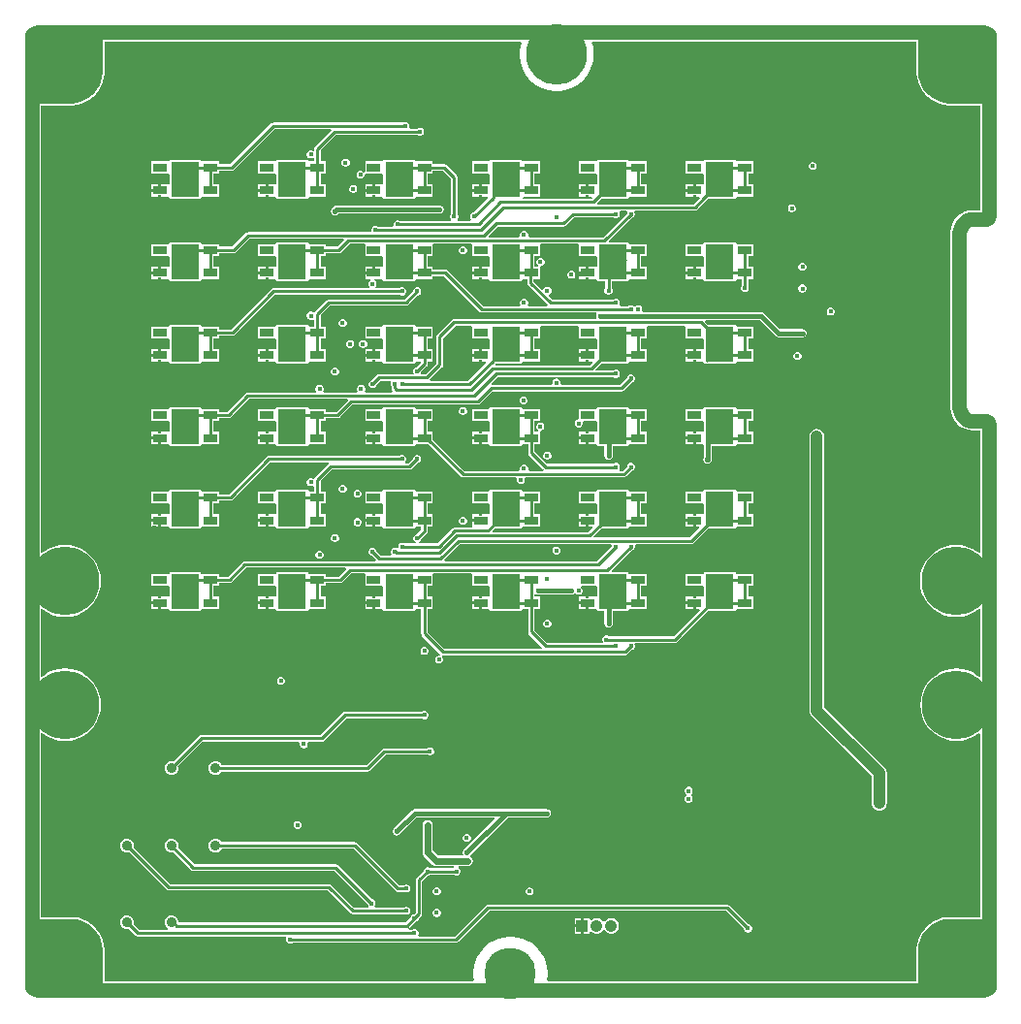
<source format=gbr>
G04*
G04 #@! TF.GenerationSoftware,Altium Limited,Altium Designer,24.1.2 (44)*
G04*
G04 Layer_Physical_Order=4*
G04 Layer_Color=16711680*
%FSLAX44Y44*%
%MOMM*%
G71*
G04*
G04 #@! TF.SameCoordinates,5A935687-884A-4F64-8E33-7EEF87A7B93E*
G04*
G04*
G04 #@! TF.FilePolarity,Positive*
G04*
G01*
G75*
%ADD16C,0.6000*%
%ADD19C,0.2540*%
%ADD39C,1.2700*%
%ADD67C,0.3500*%
%ADD69C,0.4000*%
%ADD72C,5.3000*%
%ADD73C,4.5000*%
%ADD74C,0.7000*%
%ADD75C,6.0000*%
%ADD76C,0.8000*%
%ADD77R,1.0500X1.0500*%
%ADD78C,1.0500*%
%ADD79C,0.4000*%
%ADD80C,0.9000*%
%ADD81R,1.1938X0.7620*%
%ADD82R,2.4892X3.0988*%
%ADD83C,1.0000*%
G36*
X779376Y809293D02*
X779376Y807438D01*
X779419Y807335D01*
X779390Y807226D01*
X779874Y803549D01*
X779930Y803452D01*
X779916Y803341D01*
X780876Y799759D01*
X780944Y799669D01*
Y799557D01*
X782363Y796131D01*
X782443Y796052D01*
X782457Y795940D01*
X784312Y792729D01*
X784401Y792660D01*
X784430Y792552D01*
X786687Y789610D01*
X786785Y789554D01*
X786827Y789450D01*
X789450Y786827D01*
X789554Y786785D01*
X789610Y786687D01*
X792552Y784430D01*
X792660Y784400D01*
X792729Y784312D01*
X795940Y782457D01*
X796052Y782443D01*
X796131Y782363D01*
X799557Y780944D01*
X799669D01*
X799759Y780876D01*
X803341Y779916D01*
X803452Y779930D01*
X803549Y779874D01*
X807226Y779390D01*
X807335Y779419D01*
X807438Y779376D01*
X809293Y779376D01*
X809293Y779376D01*
X835232D01*
Y766646D01*
Y756646D01*
Y746646D01*
Y736646D01*
Y726646D01*
Y716646D01*
Y706646D01*
Y696646D01*
Y687825D01*
X828860D01*
X828860Y687853D01*
X824998Y687472D01*
X821285Y686346D01*
X817862Y684517D01*
X814863Y682055D01*
X812401Y679055D01*
X810572Y675633D01*
X809445Y671919D01*
X809065Y668057D01*
X809092D01*
Y653163D01*
Y643163D01*
Y633163D01*
Y623163D01*
Y613163D01*
Y603163D01*
Y593163D01*
Y583163D01*
Y573163D01*
Y563163D01*
Y553163D01*
Y543163D01*
Y533163D01*
Y523163D01*
Y515497D01*
X809065D01*
X809445Y511635D01*
X810572Y507922D01*
X812401Y504499D01*
X814863Y501500D01*
X817862Y499038D01*
X821285Y497209D01*
X824998Y496082D01*
X828860Y495702D01*
X828860Y495729D01*
X835232D01*
Y491390D01*
Y481390D01*
Y471390D01*
Y461390D01*
Y451390D01*
Y441390D01*
Y431390D01*
Y421390D01*
Y411390D01*
Y401390D01*
Y388808D01*
X834079Y388276D01*
X832572Y389563D01*
X828345Y392154D01*
X823764Y394051D01*
X818943Y395208D01*
X814000Y395597D01*
X809057Y395208D01*
X804236Y394051D01*
X799655Y392154D01*
X795427Y389563D01*
X791657Y386343D01*
X788437Y382573D01*
X785846Y378345D01*
X783949Y373764D01*
X782792Y368943D01*
X782403Y364000D01*
X782792Y359057D01*
X783949Y354236D01*
X785846Y349655D01*
X788437Y345428D01*
X791657Y341657D01*
X795427Y338437D01*
X799655Y335846D01*
X804236Y333949D01*
X809057Y332792D01*
X814000Y332403D01*
X818943Y332792D01*
X823764Y333949D01*
X828345Y335846D01*
X832572Y338437D01*
X834079Y339724D01*
X835232Y339192D01*
Y331390D01*
Y321390D01*
Y311391D01*
Y301391D01*
Y291391D01*
Y281215D01*
X834079Y280683D01*
X833049Y281563D01*
X828822Y284153D01*
X824241Y286051D01*
X819420Y287208D01*
X814477Y287597D01*
X809534Y287208D01*
X804713Y286051D01*
X800132Y284153D01*
X795904Y281563D01*
X792134Y278343D01*
X788914Y274573D01*
X786323Y270345D01*
X784426Y265764D01*
X783269Y260943D01*
X782879Y256000D01*
X783269Y251057D01*
X784426Y246236D01*
X786323Y241655D01*
X788914Y237428D01*
X792134Y233657D01*
X795904Y230437D01*
X800132Y227847D01*
X804713Y225949D01*
X809534Y224792D01*
X814477Y224403D01*
X819420Y224792D01*
X824241Y225949D01*
X828822Y227847D01*
X833049Y230437D01*
X833962Y231217D01*
X835232Y230631D01*
Y221391D01*
Y211391D01*
Y201391D01*
Y191391D01*
Y181391D01*
Y171391D01*
Y161391D01*
Y151391D01*
Y141391D01*
Y131391D01*
Y121391D01*
Y111391D01*
Y101391D01*
Y91391D01*
Y81391D01*
Y70624D01*
X809293Y70624D01*
X807438Y70624D01*
X807335Y70581D01*
X807226Y70610D01*
X803549Y70126D01*
X803452Y70069D01*
X803341Y70084D01*
X799759Y69124D01*
X799669Y69056D01*
X799557D01*
X796131Y67637D01*
X796052Y67557D01*
X795940Y67543D01*
X792729Y65688D01*
X792660Y65599D01*
X792552Y65570D01*
X789610Y63313D01*
X789554Y63215D01*
X789450Y63173D01*
X786827Y60550D01*
X786785Y60447D01*
X786687Y60390D01*
X784430Y57448D01*
X784400Y57340D01*
X784312Y57271D01*
X782457Y54060D01*
X782443Y53948D01*
X782363Y53869D01*
X780944Y50443D01*
Y50331D01*
X780876Y50241D01*
X779916Y46659D01*
X779930Y46548D01*
X779874Y46451D01*
X779390Y42774D01*
X779419Y42665D01*
X779376Y42562D01*
X779376Y40707D01*
X779376Y40707D01*
Y14768D01*
X457755D01*
X456918Y15723D01*
X457333Y18881D01*
Y23119D01*
X456780Y27322D01*
X455683Y31416D01*
X454061Y35331D01*
X451942Y39002D01*
X449362Y42365D01*
X446365Y45362D01*
X443002Y47942D01*
X439331Y50061D01*
X435416Y51683D01*
X431321Y52780D01*
X427119Y53334D01*
X422881D01*
X418679Y52780D01*
X414584Y51683D01*
X410668Y50061D01*
X406998Y47942D01*
X403635Y45362D01*
X400638Y42365D01*
X398058Y39002D01*
X395939Y35331D01*
X394317Y31416D01*
X393220Y27322D01*
X392666Y23119D01*
Y18881D01*
X393082Y15723D01*
X392245Y14768D01*
X70624D01*
Y40707D01*
X70624Y40708D01*
X70624Y42562D01*
X70581Y42665D01*
X70610Y42774D01*
X70126Y46451D01*
X70069Y46548D01*
X70084Y46659D01*
X69124Y50241D01*
X69056Y50331D01*
Y50443D01*
X67637Y53869D01*
X67557Y53948D01*
X67543Y54060D01*
X65688Y57271D01*
X65599Y57340D01*
X65570Y57448D01*
X63313Y60390D01*
X63215Y60447D01*
X63173Y60550D01*
X60550Y63173D01*
X60447Y63215D01*
X60390Y63313D01*
X57448Y65570D01*
X57340Y65599D01*
X57271Y65688D01*
X54060Y67543D01*
X53948Y67557D01*
X53869Y67637D01*
X50443Y69056D01*
X50331D01*
X50241Y69124D01*
X46659Y70084D01*
X46548Y70069D01*
X46451Y70126D01*
X42774Y70610D01*
X42665Y70581D01*
X42562Y70624D01*
X40707Y70624D01*
X14768Y70624D01*
Y82095D01*
Y92094D01*
Y102094D01*
Y112094D01*
Y122094D01*
Y132094D01*
Y142094D01*
Y152094D01*
Y162094D01*
Y172094D01*
Y182094D01*
Y192094D01*
Y202094D01*
Y212094D01*
Y222094D01*
Y231039D01*
X16038Y231624D01*
X17428Y230437D01*
X21655Y227847D01*
X26236Y225949D01*
X31057Y224792D01*
X36000Y224403D01*
X40943Y224792D01*
X45764Y225949D01*
X50345Y227847D01*
X54573Y230437D01*
X58343Y233657D01*
X61563Y237428D01*
X64153Y241655D01*
X66051Y246236D01*
X67208Y251057D01*
X67597Y256000D01*
X67208Y260943D01*
X66051Y265764D01*
X64153Y270345D01*
X61563Y274573D01*
X58343Y278343D01*
X54573Y281563D01*
X50345Y284153D01*
X45764Y286051D01*
X40943Y287208D01*
X36000Y287597D01*
X31057Y287208D01*
X26236Y286051D01*
X21655Y284153D01*
X17428Y281563D01*
X15921Y280276D01*
X14768Y280808D01*
Y292094D01*
Y302094D01*
Y312094D01*
Y322094D01*
Y332094D01*
Y339192D01*
X15921Y339724D01*
X17428Y338437D01*
X21655Y335846D01*
X26236Y333949D01*
X31057Y332792D01*
X36000Y332403D01*
X40943Y332792D01*
X45764Y333949D01*
X50345Y335846D01*
X54573Y338437D01*
X58343Y341657D01*
X61563Y345428D01*
X64153Y349655D01*
X66051Y354236D01*
X67208Y359057D01*
X67597Y364000D01*
X67208Y368943D01*
X66051Y373764D01*
X64153Y378345D01*
X61563Y382573D01*
X58343Y386343D01*
X54573Y389563D01*
X50345Y392154D01*
X45764Y394051D01*
X40943Y395208D01*
X36000Y395597D01*
X31057Y395208D01*
X26236Y394051D01*
X21655Y392154D01*
X17428Y389563D01*
X15921Y388276D01*
X14768Y388808D01*
Y402094D01*
Y412094D01*
Y422094D01*
Y432094D01*
Y442094D01*
Y452094D01*
Y462094D01*
Y472094D01*
Y482094D01*
Y492094D01*
Y502094D01*
Y512094D01*
Y522094D01*
Y532094D01*
Y542094D01*
Y552094D01*
Y562094D01*
Y572094D01*
Y582094D01*
Y592094D01*
Y602094D01*
Y612094D01*
Y622094D01*
Y632094D01*
Y642093D01*
Y652093D01*
Y662093D01*
Y672093D01*
Y682093D01*
Y692093D01*
Y702093D01*
Y712093D01*
Y722093D01*
Y732093D01*
Y742093D01*
Y752093D01*
Y762093D01*
Y772093D01*
Y779376D01*
X40707Y779376D01*
X42562Y779376D01*
X42665Y779419D01*
X42774Y779390D01*
X46451Y779874D01*
X46548Y779930D01*
X46659Y779916D01*
X50241Y780876D01*
X50331Y780944D01*
X50443D01*
X53869Y782363D01*
X53948Y782443D01*
X54060Y782457D01*
X57271Y784312D01*
X57340Y784401D01*
X57448Y784430D01*
X60390Y786687D01*
X60447Y786785D01*
X60550Y786827D01*
X63173Y789450D01*
X63215Y789554D01*
X63313Y789610D01*
X65570Y792552D01*
X65599Y792660D01*
X65688Y792729D01*
X67543Y795940D01*
X67557Y796052D01*
X67637Y796131D01*
X69056Y799557D01*
Y799669D01*
X69124Y799759D01*
X70084Y803341D01*
X70069Y803452D01*
X70126Y803549D01*
X70610Y807226D01*
X70581Y807335D01*
X70624Y807438D01*
X70624Y809292D01*
X70624Y809293D01*
Y835232D01*
X433764D01*
X434495Y833962D01*
X433520Y830322D01*
X432966Y826119D01*
Y821881D01*
X433520Y817679D01*
X434617Y813584D01*
X436239Y809669D01*
X438358Y805998D01*
X440938Y802635D01*
X443935Y799638D01*
X447298Y797058D01*
X450969Y794939D01*
X454884Y793317D01*
X458979Y792220D01*
X463181Y791666D01*
X467419D01*
X471622Y792220D01*
X475716Y793317D01*
X479632Y794939D01*
X483302Y797058D01*
X486665Y799638D01*
X489662Y802635D01*
X492242Y805998D01*
X494361Y809669D01*
X495983Y813584D01*
X497080Y817679D01*
X497634Y821881D01*
Y826119D01*
X497080Y830322D01*
X496105Y833962D01*
X496836Y835232D01*
X779376D01*
X779376Y809293D01*
D02*
G37*
G36*
X843526Y781000D02*
X809293D01*
Y781000D01*
X807438Y781000D01*
X803761Y781484D01*
X800179Y782444D01*
X796752Y783863D01*
X793540Y785718D01*
X790598Y787975D01*
X787975Y790598D01*
X785718Y793540D01*
X783863Y796752D01*
X782444Y800179D01*
X781484Y803761D01*
X781000Y807438D01*
X781000Y809293D01*
X781000Y843526D01*
X843526D01*
Y781000D01*
D02*
G37*
G36*
X69000Y809293D02*
X69000D01*
X69000Y807438D01*
X68516Y803761D01*
X67556Y800179D01*
X66137Y796752D01*
X64282Y793540D01*
X62024Y790598D01*
X59402Y787975D01*
X56460Y785718D01*
X53248Y783863D01*
X49821Y782444D01*
X46239Y781484D01*
X42562Y781000D01*
X40707Y781000D01*
X6474Y781000D01*
Y843526D01*
X69000D01*
Y809293D01*
D02*
G37*
G36*
X843526Y6474D02*
X781000D01*
Y40707D01*
X781000Y40707D01*
X781000Y40707D01*
X781000Y42562D01*
X781484Y46239D01*
X782444Y49821D01*
X783863Y53248D01*
X785718Y56460D01*
X787975Y59402D01*
X790598Y62024D01*
X793540Y64282D01*
X796752Y66137D01*
X800179Y67556D01*
X803761Y68516D01*
X807438Y69000D01*
X809293Y69000D01*
X843526Y69000D01*
Y6474D01*
D02*
G37*
G36*
X40707Y69000D02*
X42562Y69000D01*
X46239Y68516D01*
X49821Y67556D01*
X53248Y66137D01*
X56460Y64282D01*
X59402Y62024D01*
X62024Y59402D01*
X64282Y56460D01*
X66137Y53248D01*
X67556Y49821D01*
X68516Y46239D01*
X69000Y42562D01*
X69000Y40707D01*
X69000D01*
X69000Y40707D01*
Y6474D01*
X6474D01*
Y69000D01*
X40707Y69000D01*
D02*
G37*
%LPC*%
G36*
X333714Y764918D02*
X332322D01*
X331035Y764385D01*
X330892Y764243D01*
X217858D01*
X217858Y764243D01*
X216777Y764028D01*
X215861Y763415D01*
X180270Y727824D01*
X170567D01*
Y730310D01*
X155629D01*
X154946Y731297D01*
Y731994D01*
X127054D01*
Y731297D01*
X126371Y730310D01*
X125784Y730310D01*
X111433D01*
Y719690D01*
X125784D01*
X126371Y719690D01*
X127054Y718703D01*
Y711297D01*
X126371Y710310D01*
X125784Y710310D01*
X120172D01*
Y708622D01*
X117632D01*
Y710310D01*
X111433D01*
Y706270D01*
X113121D01*
Y703730D01*
X111433D01*
Y699690D01*
X117632D01*
Y701377D01*
X120172D01*
Y699690D01*
X125784D01*
X126371Y699690D01*
X127054Y698703D01*
Y698006D01*
X154946D01*
Y698703D01*
X155629Y699690D01*
X170567D01*
Y710310D01*
X165922D01*
Y719690D01*
X170567D01*
Y722176D01*
X181440D01*
X181440Y722176D01*
X182521Y722391D01*
X183437Y723003D01*
X219028Y758594D01*
X267952D01*
X268478Y757324D01*
X254441Y743287D01*
X253829Y742371D01*
X253614Y741290D01*
X253614Y741290D01*
Y740172D01*
X252344Y739603D01*
X251365Y740008D01*
X249972D01*
X248686Y739475D01*
X247701Y738491D01*
X247169Y737204D01*
Y735812D01*
X247701Y734526D01*
X248686Y733541D01*
X249972Y733008D01*
X251365D01*
X252344Y733414D01*
X253614Y732844D01*
Y730310D01*
X248969D01*
X248286Y731297D01*
Y731994D01*
X220394D01*
Y731297D01*
X219711Y730310D01*
X219124Y730310D01*
X204773D01*
Y719690D01*
X219124D01*
X219711Y719690D01*
X220394Y718703D01*
Y711297D01*
X219711Y710310D01*
X219124Y710310D01*
X213512D01*
Y708622D01*
X210972D01*
Y710310D01*
X204773D01*
Y706270D01*
X206461D01*
Y703730D01*
X204773D01*
Y699690D01*
X210972D01*
Y701377D01*
X213512D01*
Y699690D01*
X219124D01*
X219711Y699690D01*
X220394Y698703D01*
Y698006D01*
X248286D01*
Y698703D01*
X248969Y699690D01*
X263907D01*
Y710310D01*
X259262D01*
Y719690D01*
X263907D01*
Y730310D01*
X259262D01*
Y740120D01*
X272503Y753360D01*
X343885D01*
X344027Y753217D01*
X345314Y752684D01*
X346706D01*
X347993Y753217D01*
X348977Y754202D01*
X349510Y755488D01*
Y756881D01*
X348977Y758167D01*
X347993Y759152D01*
X346706Y759685D01*
X345314D01*
X344027Y759152D01*
X343885Y759009D01*
X337183D01*
X336334Y760279D01*
X336518Y760722D01*
Y762114D01*
X335985Y763401D01*
X335000Y764385D01*
X333714Y764918D01*
D02*
G37*
G36*
X281706Y732741D02*
X280314D01*
X279027Y732208D01*
X278043Y731223D01*
X277510Y729937D01*
Y728544D01*
X278043Y727258D01*
X279027Y726273D01*
X280314Y725741D01*
X281706D01*
X282993Y726273D01*
X283977Y727258D01*
X284510Y728544D01*
Y729937D01*
X283977Y731223D01*
X282993Y732208D01*
X281706Y732741D01*
D02*
G37*
G36*
X689570Y729940D02*
X688178D01*
X686891Y729407D01*
X685907Y728423D01*
X685374Y727136D01*
Y725744D01*
X685907Y724457D01*
X686891Y723473D01*
X688178Y722940D01*
X689570D01*
X690857Y723473D01*
X691841Y724457D01*
X692374Y725744D01*
Y727136D01*
X691841Y728423D01*
X690857Y729407D01*
X689570Y729940D01*
D02*
G37*
G36*
X621646Y731994D02*
X593754D01*
Y731297D01*
X593071Y730310D01*
X592484Y730310D01*
X578133D01*
Y719690D01*
X592484D01*
X593071Y719690D01*
X593754Y718703D01*
Y711297D01*
X593071Y710310D01*
X586872D01*
Y708622D01*
X584332D01*
Y710310D01*
X578133D01*
Y706270D01*
X579821D01*
Y703730D01*
X578133D01*
Y699690D01*
X584332D01*
Y701377D01*
X586872D01*
Y699690D01*
X589896D01*
X590382Y698517D01*
X584800Y692934D01*
X501133Y692934D01*
X500607Y694204D01*
X504408Y698006D01*
X528306D01*
Y698703D01*
X528989Y699690D01*
X543927D01*
Y710310D01*
X539282D01*
Y719690D01*
X543927D01*
Y730310D01*
X528989D01*
X528306Y731297D01*
Y731994D01*
X500414D01*
Y731297D01*
X499731Y730310D01*
X499144Y730310D01*
X484793D01*
Y719690D01*
X499144D01*
X499731Y719690D01*
X500414Y718703D01*
Y711297D01*
X499731Y710310D01*
X493532D01*
Y708622D01*
X490992D01*
Y710310D01*
X484793D01*
Y706270D01*
X486481D01*
Y703730D01*
X484793D01*
Y699690D01*
X490992D01*
Y701377D01*
X493532D01*
Y699690D01*
X495927D01*
X496486Y698437D01*
X495984Y697804D01*
X436152D01*
X435824Y697860D01*
X435618Y698433D01*
X436501Y699690D01*
X450587D01*
Y710310D01*
X445942D01*
Y719690D01*
X450587D01*
Y730310D01*
X445690D01*
X445618Y730324D01*
X445546Y730310D01*
X435649D01*
X434966Y731297D01*
Y731994D01*
X407074D01*
Y731297D01*
X406391Y730310D01*
X405804Y730310D01*
X391453D01*
Y719690D01*
X405804D01*
X406391Y719690D01*
X407074Y718703D01*
Y711297D01*
X406391Y710310D01*
X405804Y710310D01*
X400192D01*
Y708622D01*
X397652D01*
Y710310D01*
X391453D01*
Y706270D01*
X393141D01*
Y703730D01*
X391453D01*
Y699690D01*
X397652D01*
Y701377D01*
X400192D01*
Y699690D01*
X404860D01*
X405387Y698420D01*
X392560Y685593D01*
X392358D01*
X391072Y685061D01*
X390087Y684076D01*
X389554Y682790D01*
Y681397D01*
X390087Y680111D01*
X390463Y679734D01*
X389937Y678464D01*
X379037D01*
X378511Y679734D01*
X378887Y680111D01*
X379420Y681397D01*
Y682790D01*
X378887Y684076D01*
X378744Y684219D01*
Y716324D01*
X378529Y717405D01*
X377917Y718321D01*
X377917Y718321D01*
X369241Y726997D01*
X368325Y727609D01*
X367244Y727824D01*
X367244Y727824D01*
X357247D01*
Y730310D01*
X342309D01*
X341626Y731297D01*
Y731994D01*
X313734D01*
Y731297D01*
X313051Y730310D01*
X312464Y730310D01*
X298113D01*
Y721326D01*
X297472Y721031D01*
X296843Y720937D01*
X295993Y721787D01*
X294706Y722320D01*
X293314D01*
X292027Y721787D01*
X291043Y720803D01*
X290510Y719516D01*
Y718124D01*
X291043Y716837D01*
X292027Y715853D01*
X293314Y715320D01*
X294706D01*
X295993Y715853D01*
X296977Y716837D01*
X297510Y718124D01*
Y718670D01*
X298057Y719596D01*
X298708Y719690D01*
X312464D01*
X313051Y719690D01*
X313734Y718703D01*
Y711297D01*
X313051Y710310D01*
X312464Y710310D01*
X306852D01*
Y708622D01*
X304312D01*
Y710310D01*
X298113D01*
Y706270D01*
X299801D01*
Y703730D01*
X298113D01*
Y699690D01*
X304312D01*
Y701377D01*
X306852D01*
Y699690D01*
X312464D01*
X313051Y699690D01*
X313734Y698703D01*
Y698006D01*
X341626D01*
Y698703D01*
X342309Y699690D01*
X357247D01*
Y710310D01*
X352602D01*
Y719690D01*
X357247D01*
Y722176D01*
X366074D01*
X373096Y715154D01*
Y684219D01*
X372953Y684076D01*
X372420Y682790D01*
Y681397D01*
X372953Y680111D01*
X373329Y679734D01*
X372803Y678464D01*
X328635D01*
X328493Y678607D01*
X327206Y679140D01*
X325814D01*
X324527Y678607D01*
X323543Y677623D01*
X323010Y676336D01*
Y674944D01*
X323053Y674839D01*
X322205Y673569D01*
X309135D01*
X308993Y673712D01*
X307706Y674245D01*
X306314D01*
X305027Y673712D01*
X304043Y672728D01*
X303510Y671441D01*
Y670049D01*
X303599Y669833D01*
X302751Y668563D01*
X195839D01*
X195839Y668563D01*
X194758Y668348D01*
X193842Y667736D01*
X193842Y667736D01*
X181930Y655824D01*
X170567D01*
Y658310D01*
X155629D01*
X154946Y659297D01*
Y659994D01*
X127054D01*
Y659297D01*
X126371Y658310D01*
X125784Y658310D01*
X111433D01*
Y647690D01*
X125784D01*
X126371Y647690D01*
X127054Y646703D01*
Y639297D01*
X126371Y638310D01*
X125784Y638310D01*
X120172D01*
Y636622D01*
X117632D01*
Y638310D01*
X111433D01*
Y634270D01*
X113121D01*
Y631730D01*
X111433D01*
Y627690D01*
X117632D01*
Y629378D01*
X120172D01*
Y627690D01*
X125784D01*
X126371Y627690D01*
X127054Y626703D01*
Y626006D01*
X154946D01*
Y626703D01*
X155629Y627690D01*
X170567D01*
Y638310D01*
X165922D01*
Y647690D01*
X170567D01*
Y650176D01*
X183100D01*
X183100Y650176D01*
X184181Y650391D01*
X185097Y651003D01*
X197009Y662915D01*
X279316D01*
X279802Y661741D01*
X273885Y655824D01*
X263907D01*
Y658310D01*
X248969D01*
X248286Y659297D01*
Y659994D01*
X220394D01*
Y659297D01*
X219711Y658310D01*
X219124Y658310D01*
X204773D01*
Y647690D01*
X219124D01*
X219711Y647690D01*
X220394Y646703D01*
Y639297D01*
X219711Y638310D01*
X219124Y638310D01*
X213512D01*
Y636622D01*
X210972D01*
Y638310D01*
X204773D01*
Y634270D01*
X206461D01*
Y631730D01*
X204773D01*
Y627690D01*
X210972D01*
Y629378D01*
X213512D01*
Y627690D01*
X219124D01*
X219711Y627690D01*
X220394Y626703D01*
Y626006D01*
X248286D01*
Y626703D01*
X248969Y627690D01*
X263907D01*
Y638310D01*
X259262D01*
Y647690D01*
X263907D01*
Y650176D01*
X275055D01*
X275055Y650176D01*
X276136Y650391D01*
X277052Y651003D01*
X284641Y658592D01*
X296960D01*
X298113Y658310D01*
X298113Y657322D01*
Y647690D01*
X312464D01*
X313051Y647690D01*
X313734Y646703D01*
Y639297D01*
X313051Y638310D01*
X312464Y638310D01*
X306852D01*
Y636622D01*
X304312D01*
Y638310D01*
X298113D01*
Y634270D01*
X299801D01*
Y631730D01*
X298113D01*
Y627690D01*
X302551D01*
X302804Y626420D01*
X302529Y626306D01*
X301545Y625322D01*
X301012Y624035D01*
Y622643D01*
X301545Y621356D01*
X301926Y620975D01*
X301400Y619705D01*
X218101D01*
X217020Y619490D01*
X216104Y618878D01*
X181050Y583824D01*
X170567D01*
Y586310D01*
X155629D01*
X154946Y587297D01*
Y587994D01*
X127054D01*
Y587297D01*
X126371Y586310D01*
X125784Y586310D01*
X111433D01*
Y575690D01*
X125784D01*
X126371Y575690D01*
X127054Y574703D01*
Y567297D01*
X126371Y566310D01*
X125784Y566310D01*
X120172D01*
Y564622D01*
X117632D01*
Y566310D01*
X111433D01*
Y562270D01*
X113121D01*
Y559730D01*
X111433D01*
Y555690D01*
X117632D01*
Y557378D01*
X120172D01*
Y555690D01*
X125784D01*
X126371Y555690D01*
X127054Y554703D01*
Y554006D01*
X154946D01*
Y554703D01*
X155629Y555690D01*
X170567D01*
Y566310D01*
X165922D01*
Y575690D01*
X170567D01*
Y578176D01*
X182220D01*
X182220Y578176D01*
X183301Y578391D01*
X184217Y579003D01*
X219271Y614057D01*
X328344D01*
X328487Y613914D01*
X329774Y613381D01*
X331166D01*
X332453Y613914D01*
X333437Y614898D01*
X333970Y616185D01*
Y617577D01*
X333437Y618864D01*
X332453Y619848D01*
X331166Y620381D01*
X329774D01*
X328487Y619848D01*
X328344Y619705D01*
X307624D01*
X307098Y620975D01*
X307479Y621356D01*
X308012Y622643D01*
Y624035D01*
X307479Y625322D01*
X306495Y626306D01*
X306220Y626420D01*
X306472Y627690D01*
X312464D01*
X313051Y627690D01*
X313734Y626703D01*
Y626006D01*
X341626D01*
Y626703D01*
X342309Y627690D01*
X357247D01*
Y630176D01*
X366846D01*
X397696Y599326D01*
X397696Y599326D01*
X398612Y598713D01*
X399693Y598498D01*
X499565D01*
X500170Y597576D01*
X500217Y597240D01*
X500160Y597104D01*
X499887Y596695D01*
X499791Y596213D01*
X499684Y595954D01*
Y595674D01*
X499615Y595329D01*
X499684Y594984D01*
Y594561D01*
X499846Y594171D01*
X499887Y593964D01*
X499887Y593963D01*
X499746Y593461D01*
X499139Y592693D01*
X375715D01*
X374634Y592478D01*
X373718Y591866D01*
X373718Y591866D01*
X361223Y579371D01*
X360611Y578455D01*
X360396Y577374D01*
X360396Y577374D01*
Y553822D01*
X350933Y544359D01*
X347366D01*
X346702Y545629D01*
X347040Y546446D01*
Y546648D01*
X351775Y551383D01*
X351775Y551383D01*
X352387Y552299D01*
X352602Y553380D01*
Y555690D01*
X357247D01*
Y566310D01*
X352602D01*
Y575690D01*
X357247D01*
Y586310D01*
X342309D01*
X341626Y587297D01*
Y587994D01*
X313734D01*
Y587297D01*
X313051Y586310D01*
X312464Y586310D01*
X298113D01*
Y575690D01*
X312464D01*
X313051Y575690D01*
X313734Y574703D01*
Y567297D01*
X313051Y566310D01*
X312464Y566310D01*
X306852D01*
Y564622D01*
X304312D01*
Y566310D01*
X298113D01*
Y562270D01*
X299801D01*
Y559730D01*
X298113D01*
Y555690D01*
X304312D01*
Y557378D01*
X306852D01*
Y555690D01*
X312464D01*
X313051Y555690D01*
X313734Y554703D01*
Y554006D01*
X341626D01*
Y554703D01*
X342309Y555690D01*
X346640D01*
X346824Y554420D01*
X343046Y550642D01*
X342844D01*
X341558Y550109D01*
X340573Y549125D01*
X340041Y547839D01*
Y546446D01*
X340379Y545629D01*
X339715Y544359D01*
X310065D01*
X308984Y544144D01*
X308068Y543532D01*
X308067Y543532D01*
X303976Y539440D01*
X303774D01*
X302487Y538907D01*
X301503Y537923D01*
X300970Y536636D01*
Y535244D01*
X301503Y533957D01*
X302487Y532973D01*
X303774Y532440D01*
X305166D01*
X306453Y532973D01*
X307437Y533957D01*
X307970Y535244D01*
Y535446D01*
X311234Y538710D01*
X320131D01*
X320803Y537440D01*
X320470Y536636D01*
Y535244D01*
X320991Y533985D01*
Y532264D01*
X320991Y532264D01*
X321206Y531183D01*
X321818Y530267D01*
X322211Y529874D01*
X321685Y528604D01*
X298109D01*
X297583Y529874D01*
X297607Y529898D01*
X298140Y531185D01*
Y532577D01*
X297607Y533863D01*
X296623Y534848D01*
X295336Y535381D01*
X293944D01*
X292657Y534848D01*
X291673Y533863D01*
X291140Y532577D01*
Y531185D01*
X291673Y529898D01*
X291697Y529874D01*
X291171Y528604D01*
X261809D01*
X261283Y529874D01*
X261307Y529898D01*
X261840Y531185D01*
Y532577D01*
X261307Y533863D01*
X260323Y534848D01*
X259036Y535381D01*
X257644D01*
X256357Y534848D01*
X255373Y533863D01*
X254840Y532577D01*
Y531185D01*
X255373Y529898D01*
X255397Y529874D01*
X254871Y528604D01*
X195580D01*
X194499Y528389D01*
X193583Y527777D01*
X177630Y511824D01*
X170567D01*
Y514310D01*
X155629D01*
X154946Y515297D01*
Y515994D01*
X127054D01*
Y515297D01*
X126371Y514310D01*
X125784Y514310D01*
X111433D01*
Y503690D01*
X125784D01*
X126371Y503690D01*
X127054Y502703D01*
Y495297D01*
X126371Y494310D01*
X125784Y494310D01*
X120172D01*
Y492622D01*
X117632D01*
Y494310D01*
X111433D01*
Y490270D01*
X113121D01*
Y487730D01*
X111433D01*
Y483690D01*
X117632D01*
Y485378D01*
X120172D01*
Y483690D01*
X125784D01*
X126371Y483690D01*
X127054Y482703D01*
Y482006D01*
X154946D01*
Y482703D01*
X155629Y483690D01*
X170567D01*
Y494310D01*
X165922D01*
Y503690D01*
X170567D01*
Y506176D01*
X178800D01*
X178800Y506176D01*
X179881Y506391D01*
X180797Y507003D01*
X196750Y522956D01*
X282306D01*
X282832Y521686D01*
X272971Y511824D01*
X263907D01*
Y514310D01*
X248969D01*
X248286Y515297D01*
Y515994D01*
X220394D01*
Y515297D01*
X219711Y514310D01*
X219124Y514310D01*
X204773D01*
Y503690D01*
X219124D01*
X219711Y503690D01*
X220394Y502703D01*
Y495297D01*
X219711Y494310D01*
X219124Y494310D01*
X213512D01*
Y492622D01*
X210972D01*
Y494310D01*
X204773D01*
Y490270D01*
X206461D01*
Y487730D01*
X204773D01*
Y483690D01*
X210972D01*
Y485378D01*
X213512D01*
Y483690D01*
X219124D01*
X219711Y483690D01*
X220394Y482703D01*
Y482006D01*
X248286D01*
Y482703D01*
X248969Y483690D01*
X263907D01*
Y494310D01*
X259262D01*
Y503690D01*
X263907D01*
Y506176D01*
X274141D01*
X274141Y506176D01*
X275222Y506391D01*
X276138Y507003D01*
X287011Y517876D01*
X396785D01*
X396786Y517876D01*
X397866Y518091D01*
X398783Y518703D01*
X409630Y529551D01*
X521844D01*
X521844Y529551D01*
X522925Y529766D01*
X523841Y530378D01*
X530644Y537181D01*
X530846D01*
X532133Y537714D01*
X533117Y538698D01*
X533650Y539985D01*
Y541377D01*
X533117Y542664D01*
X532133Y543648D01*
X530846Y544181D01*
X529454D01*
X528167Y543648D01*
X527183Y542664D01*
X526650Y541377D01*
Y541175D01*
X520674Y535199D01*
X469468D01*
X468619Y536469D01*
X468650Y536543D01*
Y537936D01*
X468117Y539222D01*
X467133Y540206D01*
X465846Y540739D01*
X464454D01*
X463167Y540206D01*
X462183Y539222D01*
X461650Y537936D01*
Y536543D01*
X461681Y536469D01*
X460832Y535199D01*
X408915D01*
X408340Y536414D01*
X408339Y536420D01*
X414005Y542086D01*
X515024D01*
X515167Y541943D01*
X516454Y541410D01*
X517846D01*
X519133Y541943D01*
X520117Y542928D01*
X520650Y544214D01*
Y545606D01*
X520117Y546893D01*
X519133Y547877D01*
X517846Y548410D01*
X516454D01*
X515167Y547877D01*
X515024Y547734D01*
X499796D01*
X499310Y548908D01*
X504408Y554006D01*
X528306D01*
Y554703D01*
X528989Y555690D01*
X543927D01*
Y566310D01*
X539282D01*
Y575690D01*
X543927D01*
Y586310D01*
X544893Y587045D01*
X577167D01*
X578133Y586310D01*
Y575690D01*
X593071D01*
X593754Y574703D01*
Y567297D01*
X593071Y566310D01*
X592484Y566310D01*
X586872D01*
Y564622D01*
X584332D01*
Y566310D01*
X578133D01*
Y562270D01*
X579821D01*
Y559730D01*
X578133D01*
Y555690D01*
X584332D01*
Y557378D01*
X586872D01*
Y555690D01*
X592484D01*
X593071Y555690D01*
X593754Y554703D01*
Y554006D01*
X595886D01*
X596524Y553879D01*
X597161Y554006D01*
X621646D01*
Y554703D01*
X622329Y555690D01*
X637267D01*
Y566310D01*
X632622D01*
Y575690D01*
X637267D01*
Y586310D01*
X622329D01*
X621646Y587297D01*
Y587994D01*
X597550D01*
X594956Y590587D01*
X595442Y591760D01*
X642470D01*
X656327Y577904D01*
X657484Y577131D01*
X658850Y576859D01*
X679984D01*
X680329Y576928D01*
X680680D01*
X681005Y577062D01*
X681350Y577131D01*
X681642Y577326D01*
X681967Y577461D01*
X682215Y577709D01*
X682507Y577904D01*
X682703Y578197D01*
X682951Y578445D01*
X683086Y578770D01*
X683281Y579062D01*
X683350Y579407D01*
X683484Y579732D01*
Y580083D01*
X683553Y580428D01*
X683484Y580773D01*
Y581124D01*
X683350Y581449D01*
X683281Y581793D01*
X683086Y582086D01*
X682951Y582410D01*
X682703Y582659D01*
X682507Y582951D01*
X682215Y583146D01*
X681967Y583395D01*
X681642Y583529D01*
X681350Y583725D01*
X681005Y583793D01*
X680680Y583928D01*
X680329D01*
X679984Y583996D01*
X660328D01*
X646472Y597853D01*
X645314Y598626D01*
X643949Y598898D01*
X540808D01*
X539960Y600168D01*
X540150Y600626D01*
Y602019D01*
X539617Y603305D01*
X538633Y604290D01*
X537346Y604823D01*
X535954D01*
X534667Y604290D01*
X534230Y603852D01*
X533400Y603444D01*
X532570Y603852D01*
X532132Y604290D01*
X530846Y604823D01*
X529454D01*
X528167Y604290D01*
X528024Y604147D01*
X520969D01*
X520309Y605417D01*
X520650Y606241D01*
Y607633D01*
X520117Y608919D01*
X519132Y609904D01*
X517846Y610437D01*
X516454D01*
X515167Y609904D01*
X515024Y609761D01*
X461139D01*
X458151Y612749D01*
X458517Y614180D01*
X459183Y614456D01*
X460167Y615440D01*
X460700Y616727D01*
Y618119D01*
X460167Y619406D01*
X459183Y620390D01*
X457896Y620923D01*
X456504D01*
X455217Y620390D01*
X454233Y619406D01*
X453957Y618740D01*
X452527Y618374D01*
X445270Y625630D01*
Y627690D01*
X450587D01*
Y637843D01*
X450587Y638310D01*
X451524Y639113D01*
X451971D01*
X453258Y639646D01*
X454242Y640630D01*
X454775Y641917D01*
Y643309D01*
X454242Y644595D01*
X453258Y645580D01*
X451971Y646113D01*
X450579D01*
X449293Y645580D01*
X448308Y644595D01*
X447775Y643309D01*
Y641917D01*
X448308Y640630D01*
X449293Y639646D01*
X449451Y639580D01*
X449199Y638310D01*
X445942D01*
Y647690D01*
X450587D01*
Y658310D01*
X451740Y658592D01*
X483640D01*
X484793Y658310D01*
X484793Y657322D01*
Y647690D01*
X499144D01*
X499731Y647690D01*
X500414Y646703D01*
Y639297D01*
X499731Y638310D01*
X499144Y638310D01*
X493532D01*
Y636622D01*
X490992D01*
Y638310D01*
X484793D01*
Y634270D01*
X486481D01*
Y631730D01*
X484793D01*
Y627690D01*
X490992D01*
Y629378D01*
X493532D01*
Y627690D01*
X499144D01*
X499731Y627690D01*
X500414Y626703D01*
Y626006D01*
X507826D01*
Y619548D01*
X507683Y619406D01*
X507150Y618119D01*
Y616727D01*
X507683Y615440D01*
X508667Y614456D01*
X509954Y613923D01*
X511346D01*
X512633Y614456D01*
X513617Y615440D01*
X514150Y616727D01*
Y618119D01*
X513617Y619406D01*
X513474Y619548D01*
Y626006D01*
X528306D01*
Y626703D01*
X528989Y627690D01*
X543927D01*
Y638310D01*
X539282D01*
Y647690D01*
X543927D01*
Y658310D01*
X528989D01*
X528306Y659297D01*
Y659994D01*
X511305D01*
X510819Y661167D01*
X530644Y680992D01*
X530846D01*
X532133Y681525D01*
X533117Y682509D01*
X533650Y683796D01*
Y685188D01*
X533307Y686016D01*
X533965Y687286D01*
X585970Y687286D01*
X585970Y687286D01*
X587051Y687501D01*
X587967Y688113D01*
X596357Y696503D01*
X596357Y696503D01*
X596582Y696840D01*
X597748Y698006D01*
X621646D01*
Y698703D01*
X622329Y699690D01*
X637267D01*
Y710310D01*
X632622D01*
Y719690D01*
X637267D01*
Y730310D01*
X622329D01*
X621646Y731297D01*
Y731994D01*
D02*
G37*
G36*
X288436Y709722D02*
X287044D01*
X285757Y709190D01*
X284773Y708205D01*
X284240Y706919D01*
Y705526D01*
X284773Y704240D01*
X285757Y703255D01*
X287044Y702722D01*
X288436D01*
X289722Y703255D01*
X290707Y704240D01*
X291240Y705526D01*
Y706919D01*
X290707Y708205D01*
X289722Y709190D01*
X288436Y709722D01*
D02*
G37*
G36*
X671412Y692745D02*
X670019D01*
X668733Y692212D01*
X667748Y691227D01*
X667215Y689941D01*
Y688548D01*
X667748Y687262D01*
X668733Y686277D01*
X670019Y685745D01*
X671412D01*
X672698Y686277D01*
X673682Y687262D01*
X674215Y688548D01*
Y689941D01*
X673682Y691227D01*
X672698Y692212D01*
X671412Y692745D01*
D02*
G37*
G36*
X363220Y691909D02*
X273314D01*
X271949Y691637D01*
X270791Y690863D01*
X269257Y689329D01*
X269061Y689037D01*
X268813Y688789D01*
X268678Y688464D01*
X268483Y688171D01*
X268414Y687827D01*
X268280Y687502D01*
Y687151D01*
X268211Y686806D01*
X268280Y686461D01*
Y686110D01*
X268414Y685785D01*
X268483Y685440D01*
X268678Y685148D01*
X268813Y684823D01*
X269061Y684575D01*
X269257Y684283D01*
X269549Y684087D01*
X269797Y683839D01*
X270122Y683704D01*
X270414Y683509D01*
X270759Y683440D01*
X271084Y683306D01*
X271435D01*
X271780Y683237D01*
X272125Y683306D01*
X272476D01*
X272801Y683440D01*
X273146Y683509D01*
X273438Y683704D01*
X273763Y683839D01*
X274011Y684087D01*
X274303Y684283D01*
X274792Y684771D01*
X363220D01*
X363565Y684840D01*
X363916D01*
X364241Y684975D01*
X364586Y685043D01*
X364878Y685238D01*
X365203Y685373D01*
X365451Y685621D01*
X365743Y685817D01*
X365939Y686109D01*
X366187Y686357D01*
X366322Y686682D01*
X366517Y686974D01*
X366586Y687319D01*
X366720Y687644D01*
Y687995D01*
X366789Y688340D01*
X366720Y688685D01*
Y689036D01*
X366586Y689361D01*
X366517Y689706D01*
X366322Y689998D01*
X366187Y690323D01*
X365939Y690571D01*
X365743Y690863D01*
X365451Y691059D01*
X365203Y691307D01*
X364878Y691442D01*
X364586Y691637D01*
X364241Y691705D01*
X363916Y691840D01*
X363565D01*
X363220Y691909D01*
D02*
G37*
G36*
X621646Y659994D02*
X593754D01*
Y659297D01*
X593071Y658310D01*
X592484Y658310D01*
X578133D01*
Y647690D01*
X592484D01*
X593071Y647690D01*
X593754Y646703D01*
Y639297D01*
X593071Y638310D01*
X592484Y638310D01*
X586872D01*
Y636622D01*
X584332D01*
Y638310D01*
X578133D01*
Y634270D01*
X579821D01*
Y631730D01*
X578133D01*
Y627690D01*
X584332D01*
Y629378D01*
X586872D01*
Y627690D01*
X592484D01*
X593071Y627690D01*
X593754Y626703D01*
Y626006D01*
X621646D01*
Y626703D01*
X622329Y627690D01*
X626974D01*
Y621885D01*
X626831Y621743D01*
X626298Y620456D01*
Y619064D01*
X626831Y617777D01*
X627815Y616793D01*
X629102Y616260D01*
X630494D01*
X631781Y616793D01*
X632765Y617777D01*
X633298Y619064D01*
Y620456D01*
X632765Y621743D01*
X632622Y621885D01*
Y627690D01*
X637267D01*
Y638310D01*
X632622D01*
Y647690D01*
X637267D01*
Y658310D01*
X622329D01*
X621646Y659297D01*
Y659994D01*
D02*
G37*
G36*
X680680Y641820D02*
X679288D01*
X678001Y641287D01*
X677017Y640302D01*
X676484Y639016D01*
Y637623D01*
X677017Y636337D01*
X678001Y635352D01*
X679288Y634820D01*
X680680D01*
X681967Y635352D01*
X682951Y636337D01*
X683484Y637623D01*
Y639016D01*
X682951Y640302D01*
X681967Y641287D01*
X680680Y641820D01*
D02*
G37*
G36*
X478846Y634878D02*
X477454D01*
X476167Y634345D01*
X475183Y633360D01*
X474650Y632074D01*
Y630681D01*
X475183Y629395D01*
X476167Y628410D01*
X477454Y627878D01*
X478846D01*
X480132Y628410D01*
X481117Y629395D01*
X481650Y630681D01*
Y632074D01*
X481117Y633360D01*
X480132Y634345D01*
X478846Y634878D01*
D02*
G37*
G36*
X680680Y622820D02*
X679288D01*
X678001Y622287D01*
X677017Y621302D01*
X676484Y620016D01*
Y618623D01*
X677017Y617337D01*
X678001Y616352D01*
X679288Y615820D01*
X680680D01*
X681967Y616352D01*
X682951Y617337D01*
X683484Y618623D01*
Y620016D01*
X682951Y621302D01*
X681967Y622287D01*
X680680Y622820D01*
D02*
G37*
G36*
X344166Y620381D02*
X342774D01*
X341487Y619848D01*
X340503Y618864D01*
X339970Y617577D01*
Y617375D01*
X332479Y609884D01*
X266232D01*
X266232Y609884D01*
X265151Y609669D01*
X264235Y609057D01*
X254441Y599263D01*
X254198Y598899D01*
X252746Y598627D01*
X252627Y598660D01*
X251365Y599183D01*
X249972D01*
X248686Y598650D01*
X247701Y597666D01*
X247169Y596380D01*
Y594987D01*
X247701Y593701D01*
X248686Y592716D01*
X249972Y592183D01*
X251365D01*
X252344Y592589D01*
X253614Y592019D01*
Y586310D01*
X248969D01*
X248286Y587297D01*
Y587994D01*
X220394D01*
Y587297D01*
X219711Y586310D01*
X219124Y586310D01*
X204773D01*
Y575690D01*
X219124D01*
X219711Y575690D01*
X220394Y574703D01*
Y567297D01*
X219711Y566310D01*
X219124Y566310D01*
X213512D01*
Y564622D01*
X210972D01*
Y566310D01*
X204773D01*
Y562270D01*
X206461D01*
Y559730D01*
X204773D01*
Y555690D01*
X210972D01*
Y557378D01*
X213512D01*
Y555690D01*
X219124D01*
X219711Y555690D01*
X220394Y554703D01*
Y554006D01*
X248286D01*
Y554703D01*
X248969Y555690D01*
X263907D01*
Y566310D01*
X259262D01*
Y575690D01*
X263907D01*
Y586310D01*
X259262D01*
Y596096D01*
X267402Y604236D01*
X333649D01*
X333649Y604236D01*
X334730Y604451D01*
X335646Y605063D01*
X343964Y613381D01*
X344166D01*
X345453Y613914D01*
X346437Y614898D01*
X346970Y616185D01*
Y617577D01*
X346437Y618864D01*
X345453Y619848D01*
X344166Y620381D01*
D02*
G37*
G36*
X705295Y602856D02*
X703903D01*
X702616Y602323D01*
X701631Y601339D01*
X701099Y600052D01*
Y598660D01*
X701631Y597374D01*
X702616Y596389D01*
X703903Y595856D01*
X705295D01*
X706581Y596389D01*
X707566Y597374D01*
X708099Y598660D01*
Y600052D01*
X707566Y601339D01*
X706581Y602323D01*
X705295Y602856D01*
D02*
G37*
G36*
X279166Y592801D02*
X277774D01*
X276487Y592268D01*
X275503Y591283D01*
X274970Y589997D01*
Y588605D01*
X275503Y587318D01*
X276487Y586334D01*
X277774Y585801D01*
X279166D01*
X280453Y586334D01*
X281437Y587318D01*
X281970Y588605D01*
Y589997D01*
X281437Y591283D01*
X280453Y592268D01*
X279166Y592801D01*
D02*
G37*
G36*
X297034Y574472D02*
X295642D01*
X294356Y573939D01*
X293371Y572955D01*
X292838Y571668D01*
Y570276D01*
X293371Y568989D01*
X294356Y568005D01*
X295642Y567472D01*
X297034D01*
X298321Y568005D01*
X299305Y568989D01*
X299838Y570276D01*
Y571668D01*
X299305Y572955D01*
X298321Y573939D01*
X297034Y574472D01*
D02*
G37*
G36*
X285666D02*
X284274D01*
X282987Y573939D01*
X282003Y572955D01*
X281470Y571668D01*
Y570276D01*
X282003Y568989D01*
X282987Y568005D01*
X284274Y567472D01*
X285666D01*
X286953Y568005D01*
X287937Y568989D01*
X288470Y570276D01*
Y571668D01*
X287937Y572955D01*
X286953Y573939D01*
X285666Y574472D01*
D02*
G37*
G36*
X676336Y564036D02*
X674944D01*
X673657Y563503D01*
X672673Y562519D01*
X672140Y561232D01*
Y559840D01*
X672673Y558553D01*
X673657Y557569D01*
X674944Y557036D01*
X676336D01*
X677623Y557569D01*
X678607Y558553D01*
X679140Y559840D01*
Y561232D01*
X678607Y562519D01*
X677623Y563503D01*
X676336Y564036D01*
D02*
G37*
G36*
X272476Y550367D02*
X271084D01*
X269797Y549834D01*
X268813Y548849D01*
X268280Y547563D01*
Y546171D01*
X268813Y544884D01*
X269797Y543900D01*
X271084Y543367D01*
X272476D01*
X273763Y543900D01*
X274747Y544884D01*
X275280Y546171D01*
Y547563D01*
X274747Y548849D01*
X273763Y549834D01*
X272476Y550367D01*
D02*
G37*
G36*
X437046Y525209D02*
X435654D01*
X434367Y524677D01*
X433383Y523692D01*
X432850Y522406D01*
Y521013D01*
X433383Y519727D01*
X434367Y518742D01*
X435654Y518209D01*
X437046D01*
X438333Y518742D01*
X439317Y519727D01*
X439850Y521013D01*
Y522406D01*
X439317Y523692D01*
X438333Y524677D01*
X437046Y525209D01*
D02*
G37*
G36*
X384236Y515813D02*
X382844D01*
X381557Y515280D01*
X380573Y514296D01*
X380040Y513009D01*
Y511617D01*
X380573Y510330D01*
X381557Y509346D01*
X382844Y508813D01*
X384236D01*
X385523Y509346D01*
X386507Y510330D01*
X387040Y511617D01*
Y513009D01*
X386507Y514296D01*
X385523Y515280D01*
X384236Y515813D01*
D02*
G37*
G36*
X621646Y515994D02*
X593754D01*
Y515297D01*
X593071Y514310D01*
X592484Y514310D01*
X578133D01*
Y503690D01*
X592484D01*
X593071Y503690D01*
X593754Y502703D01*
Y495297D01*
X593071Y494310D01*
X592484Y494310D01*
X586872D01*
Y492622D01*
X584332D01*
Y494310D01*
X578133D01*
Y490270D01*
X579821D01*
Y487730D01*
X578133D01*
Y483690D01*
X584332D01*
Y485378D01*
X586872D01*
Y483690D01*
X592415D01*
X593071Y483690D01*
X593685Y482674D01*
Y471389D01*
X593603Y471266D01*
X593535Y470921D01*
X593400Y470596D01*
Y470245D01*
X593331Y469900D01*
X593400Y469555D01*
Y469204D01*
X593535Y468879D01*
X593603Y468534D01*
X593798Y468242D01*
X593933Y467917D01*
X594181Y467669D01*
X594377Y467377D01*
X594669Y467181D01*
X594917Y466933D01*
X595242Y466798D01*
X595534Y466603D01*
X595879Y466535D01*
X596204Y466400D01*
X596555D01*
X596900Y466331D01*
X597245Y466400D01*
X597596D01*
X597921Y466535D01*
X598266Y466603D01*
X598558Y466798D01*
X598883Y466933D01*
X599131Y467181D01*
X599423Y467377D01*
X599777Y467731D01*
X600551Y468888D01*
X600822Y470254D01*
Y482006D01*
X621646D01*
Y482703D01*
X622329Y483690D01*
X637267D01*
Y494310D01*
X632622D01*
Y503690D01*
X637267D01*
Y514310D01*
X622329D01*
X621646Y515297D01*
Y515994D01*
D02*
G37*
G36*
X528306D02*
X500414D01*
Y515297D01*
X499731Y514310D01*
X499144Y514310D01*
X484793D01*
Y505117D01*
X483930D01*
X482643Y504584D01*
X481659Y503599D01*
X481126Y502313D01*
Y500921D01*
X481659Y499634D01*
X482643Y498650D01*
X483930Y498117D01*
X485322D01*
X486608Y498650D01*
X487593Y499634D01*
X488126Y500921D01*
Y502313D01*
X488082Y502420D01*
X488930Y503690D01*
X499144D01*
X499731Y503690D01*
X500414Y502703D01*
Y495297D01*
X499731Y494310D01*
X499144Y494310D01*
X493532D01*
Y492622D01*
X490992D01*
Y494310D01*
X484793D01*
Y490270D01*
X486481D01*
Y487730D01*
X484793D01*
Y483690D01*
X490992D01*
Y485378D01*
X493532D01*
Y483690D01*
X499144D01*
X499731Y483690D01*
X500414Y482703D01*
Y482006D01*
X507081D01*
Y473423D01*
X507150Y473078D01*
Y472727D01*
X507285Y472402D01*
X507353Y472057D01*
X507548Y471765D01*
X507683Y471440D01*
X507931Y471192D01*
X508127Y470900D01*
X508419Y470704D01*
X508667Y470456D01*
X508992Y470321D01*
X509284Y470126D01*
X509629Y470057D01*
X509954Y469923D01*
X510305D01*
X510650Y469854D01*
X510995Y469923D01*
X511346D01*
X511671Y470057D01*
X512016Y470126D01*
X512308Y470321D01*
X512633Y470456D01*
X512881Y470704D01*
X513173Y470900D01*
X513369Y471192D01*
X513617Y471440D01*
X513752Y471765D01*
X513947Y472057D01*
X514016Y472402D01*
X514150Y472727D01*
Y473078D01*
X514218Y473423D01*
Y482006D01*
X528306D01*
Y482703D01*
X528989Y483690D01*
X543927D01*
Y494310D01*
X539282D01*
Y503690D01*
X543927D01*
Y514310D01*
X528989D01*
X528306Y515297D01*
Y515994D01*
D02*
G37*
G36*
X434966D02*
X407074D01*
Y515297D01*
X406391Y514310D01*
X405804Y514310D01*
X391453D01*
Y503690D01*
X405804D01*
X406391Y503690D01*
X407074Y502703D01*
Y495297D01*
X406391Y494310D01*
X405804Y494310D01*
X400192D01*
Y492622D01*
X397652D01*
Y494310D01*
X391453D01*
Y490270D01*
X393141D01*
Y487730D01*
X391453D01*
Y483690D01*
X397652D01*
Y485378D01*
X400192D01*
Y483690D01*
X405804D01*
X406391Y483690D01*
X407074Y482703D01*
Y482006D01*
X434966D01*
Y482703D01*
X435649Y483690D01*
X440294D01*
Y475973D01*
X440294Y475973D01*
X440509Y474892D01*
X441121Y473975D01*
X453585Y461511D01*
X453585Y461511D01*
X453910Y461294D01*
X453525Y460024D01*
X441138D01*
X440290Y461294D01*
X440380Y461512D01*
Y462905D01*
X439847Y464191D01*
X438863Y465176D01*
X437576Y465709D01*
X436184D01*
X434897Y465176D01*
X433913Y464191D01*
X433380Y462905D01*
Y461512D01*
X433470Y461294D01*
X432622Y460024D01*
X384907D01*
X357247Y487684D01*
Y494310D01*
X352602D01*
Y503690D01*
X357247D01*
Y514310D01*
X342309D01*
X341626Y515297D01*
Y515994D01*
X313734D01*
Y515297D01*
X313051Y514310D01*
X312464Y514310D01*
X298113D01*
Y503690D01*
X312464D01*
X313051Y503690D01*
X313734Y502703D01*
Y495297D01*
X313051Y494310D01*
X312464Y494310D01*
X306852D01*
Y492622D01*
X304312D01*
Y494310D01*
X298113D01*
Y490270D01*
X299801D01*
Y487730D01*
X298113D01*
Y483690D01*
X304312D01*
Y485378D01*
X306852D01*
Y483690D01*
X312464D01*
X313051Y483690D01*
X313734Y482703D01*
Y482006D01*
X341626D01*
Y482703D01*
X342309Y483690D01*
X353253D01*
X381740Y455203D01*
X382656Y454591D01*
X383737Y454376D01*
X383737Y454376D01*
X429809D01*
X430658Y453106D01*
X430508Y452745D01*
Y451352D01*
X431041Y450066D01*
X432026Y449081D01*
X433312Y448549D01*
X434704D01*
X435991Y449081D01*
X436975Y450066D01*
X437508Y451352D01*
Y452745D01*
X437359Y453106D01*
X438207Y454376D01*
X523859D01*
X523859Y454376D01*
X524940Y454591D01*
X525856Y455203D01*
X530662Y460008D01*
X530864D01*
X532150Y460541D01*
X533135Y461525D01*
X533667Y462812D01*
Y464204D01*
X533135Y465491D01*
X532150Y466475D01*
X530864Y467008D01*
X529471D01*
X528185Y466475D01*
X527200Y465491D01*
X526668Y464204D01*
Y464002D01*
X522690Y460024D01*
X520412D01*
X519886Y461294D01*
X520117Y461525D01*
X520650Y462812D01*
Y464204D01*
X520117Y465491D01*
X519132Y466475D01*
X517846Y467008D01*
X516454D01*
X515167Y466475D01*
X515024Y466332D01*
X456752D01*
X445942Y477142D01*
Y483690D01*
X450587D01*
Y493975D01*
X450587Y494310D01*
X451396Y495245D01*
X451716D01*
X453003Y495778D01*
X453987Y496762D01*
X454520Y498049D01*
Y499441D01*
X453987Y500727D01*
X453003Y501712D01*
X451716Y502245D01*
X450324D01*
X449038Y501712D01*
X448053Y500727D01*
X447520Y499441D01*
Y498049D01*
X448053Y496762D01*
X449038Y495778D01*
X449515Y495580D01*
X449262Y494310D01*
X445942D01*
Y503690D01*
X450587D01*
Y514310D01*
X435649D01*
X434966Y515297D01*
Y515994D01*
D02*
G37*
G36*
X457896Y476923D02*
X456504D01*
X455217Y476390D01*
X454233Y475405D01*
X453700Y474119D01*
Y472727D01*
X454233Y471440D01*
X455217Y470456D01*
X456504Y469923D01*
X457896D01*
X459183Y470456D01*
X460167Y471440D01*
X460700Y472727D01*
Y474119D01*
X460167Y475405D01*
X459183Y476390D01*
X457896Y476923D01*
D02*
G37*
G36*
X344119Y474018D02*
X342727D01*
X341441Y473485D01*
X340456Y472500D01*
X339923Y471214D01*
Y471012D01*
X335691Y466780D01*
X333381D01*
X332855Y468050D01*
X333341Y468535D01*
X333873Y469822D01*
Y471214D01*
X333341Y472500D01*
X332356Y473485D01*
X331070Y474018D01*
X329677D01*
X328391Y473485D01*
X328248Y473342D01*
X213978D01*
X212897Y473127D01*
X211981Y472515D01*
X211981Y472515D01*
X179290Y439824D01*
X170567D01*
Y442310D01*
X155629D01*
X154946Y443297D01*
Y443994D01*
X127054D01*
Y443297D01*
X126371Y442310D01*
X125784Y442310D01*
X111433D01*
Y431690D01*
X125784D01*
X126371Y431690D01*
X127054Y430703D01*
Y423297D01*
X126371Y422310D01*
X125784Y422310D01*
X120172D01*
Y420622D01*
X117632D01*
Y422310D01*
X111433D01*
Y418270D01*
X113121D01*
Y415730D01*
X111433D01*
Y411690D01*
X117632D01*
Y413377D01*
X120172D01*
Y411690D01*
X125784D01*
X126371Y411690D01*
X127054Y410703D01*
Y410006D01*
X154946D01*
Y410703D01*
X155629Y411690D01*
X170567D01*
Y422310D01*
X165922D01*
Y431690D01*
X170567D01*
Y434176D01*
X180460D01*
X180460Y434176D01*
X181541Y434391D01*
X182457Y435003D01*
X215148Y467693D01*
X266496D01*
X266610Y467390D01*
X266707Y466423D01*
X266003Y465953D01*
X266002Y465952D01*
X254441Y454391D01*
X253969Y453685D01*
X253035Y453346D01*
X252493Y453272D01*
X251365Y453739D01*
X249972D01*
X248686Y453206D01*
X247701Y452222D01*
X247169Y450936D01*
Y449543D01*
X247701Y448257D01*
X248686Y447272D01*
X249972Y446739D01*
X251365D01*
X252344Y447145D01*
X253614Y446575D01*
Y442310D01*
X248969D01*
X248286Y443297D01*
Y443994D01*
X220394D01*
Y443297D01*
X219711Y442310D01*
X219124Y442310D01*
X204773D01*
Y431690D01*
X219124D01*
X219711Y431690D01*
X220394Y430703D01*
Y423297D01*
X219711Y422310D01*
X219124Y422310D01*
X213512D01*
Y420622D01*
X210972D01*
Y422310D01*
X204773D01*
Y418270D01*
X206461D01*
Y415730D01*
X204773D01*
Y411690D01*
X210972D01*
Y413377D01*
X213512D01*
Y411690D01*
X219124D01*
X219711Y411690D01*
X220394Y410703D01*
Y410006D01*
X248286D01*
Y410703D01*
X248969Y411690D01*
X263907D01*
Y422310D01*
X259262D01*
Y431690D01*
X263907D01*
Y442310D01*
X259262D01*
Y451224D01*
X269169Y461131D01*
X336861D01*
X336861Y461131D01*
X337942Y461346D01*
X338858Y461958D01*
X343917Y467018D01*
X344119D01*
X345406Y467551D01*
X346390Y468535D01*
X346923Y469822D01*
Y471214D01*
X346390Y472500D01*
X345406Y473485D01*
X344119Y474018D01*
D02*
G37*
G36*
X279166Y448000D02*
X277774D01*
X276487Y447467D01*
X275503Y446483D01*
X274970Y445196D01*
Y443804D01*
X275503Y442517D01*
X276487Y441533D01*
X277774Y441000D01*
X279166D01*
X280453Y441533D01*
X281437Y442517D01*
X281970Y443804D01*
Y445196D01*
X281437Y446483D01*
X280453Y447467D01*
X279166Y448000D01*
D02*
G37*
G36*
X292166Y443785D02*
X290774D01*
X289487Y443252D01*
X288503Y442268D01*
X287970Y440981D01*
Y439589D01*
X288503Y438303D01*
X289487Y437318D01*
X290774Y436785D01*
X292166D01*
X293453Y437318D01*
X294437Y438303D01*
X294970Y439589D01*
Y440981D01*
X294437Y442268D01*
X293453Y443252D01*
X292166Y443785D01*
D02*
G37*
G36*
X621646Y443994D02*
X593754D01*
Y443297D01*
X593071Y442310D01*
X592484Y442310D01*
X578133D01*
Y431690D01*
X592484D01*
X593071Y431690D01*
X593754Y430703D01*
Y423297D01*
X593071Y422310D01*
X586872D01*
Y420622D01*
X584332D01*
Y422310D01*
X578133D01*
Y418270D01*
X579821D01*
Y415730D01*
X578133D01*
Y411690D01*
X584332D01*
Y413377D01*
X586872D01*
Y411690D01*
X589680D01*
X590166Y410517D01*
X581638Y401988D01*
X497854D01*
X497369Y403162D01*
X504213Y410006D01*
X528306D01*
Y410703D01*
X528989Y411690D01*
X543927D01*
Y422310D01*
X539282D01*
Y431690D01*
X543927D01*
Y442310D01*
X528989D01*
X528306Y443297D01*
Y443994D01*
X500414D01*
Y443297D01*
X499731Y442310D01*
X499144Y442310D01*
X484793D01*
Y431690D01*
X499144D01*
X499731Y431690D01*
X500414Y430703D01*
Y423297D01*
X499731Y422310D01*
X493532D01*
Y420622D01*
X490992D01*
Y422310D01*
X484793D01*
Y418270D01*
X486481D01*
Y415730D01*
X484793D01*
Y411690D01*
X490992D01*
Y413377D01*
X493532D01*
Y411690D01*
X496249D01*
X496735Y410517D01*
X492704Y406485D01*
X409587D01*
X409101Y407658D01*
X411449Y410006D01*
X434966D01*
Y410703D01*
X435649Y411690D01*
X450587D01*
Y422310D01*
X445942D01*
Y431690D01*
X450587D01*
Y442310D01*
X435649D01*
X434966Y443297D01*
Y443994D01*
X407074D01*
Y443297D01*
X406391Y442310D01*
X405804Y442310D01*
X391453D01*
Y431690D01*
X405804D01*
X406391Y431690D01*
X407074Y430703D01*
Y423297D01*
X406391Y422310D01*
X400192D01*
Y420622D01*
X397652D01*
Y422310D01*
X391453D01*
Y418270D01*
X393141D01*
Y415730D01*
X391453D01*
Y411690D01*
X390823Y410681D01*
X376553D01*
X376553Y410681D01*
X375472Y410466D01*
X374556Y409854D01*
X361449Y396747D01*
X344946D01*
X344693Y398017D01*
X345417Y398317D01*
X346402Y399302D01*
X346934Y400588D01*
Y400790D01*
X351775Y405631D01*
X351775Y405631D01*
X352387Y406547D01*
X352602Y407628D01*
X352602Y407628D01*
Y411690D01*
X357247D01*
Y422310D01*
X352602D01*
Y431690D01*
X357247D01*
Y442310D01*
X342309D01*
X341626Y443297D01*
Y443994D01*
X313734D01*
Y443297D01*
X313051Y442310D01*
X312464Y442310D01*
X298113D01*
Y431690D01*
X312464D01*
X313051Y431690D01*
X313734Y430703D01*
Y423297D01*
X313051Y422310D01*
X312464Y422310D01*
X306852D01*
Y420622D01*
X304312D01*
Y422310D01*
X298113D01*
Y418270D01*
X299801D01*
Y415730D01*
X298113D01*
Y411690D01*
X304312D01*
Y413377D01*
X306852D01*
Y411690D01*
X312464D01*
X313051Y411690D01*
X313734Y410703D01*
Y410006D01*
X341626D01*
Y410703D01*
X342309Y411690D01*
X346954D01*
Y408798D01*
X342940Y404784D01*
X342738D01*
X341452Y404251D01*
X340467Y403267D01*
X339934Y401980D01*
Y400588D01*
X340467Y399302D01*
X341452Y398317D01*
X342176Y398017D01*
X341923Y396747D01*
X332595D01*
X332453Y396890D01*
X331166Y397423D01*
X329774D01*
X328487Y396890D01*
X327503Y395905D01*
X326970Y394619D01*
Y393343D01*
X326466Y392924D01*
X325852Y392606D01*
X324666Y393097D01*
X323274D01*
X321987Y392565D01*
X321003Y391580D01*
X320470Y390294D01*
Y388901D01*
X321003Y387615D01*
X320457Y386364D01*
X311697D01*
X307970Y390092D01*
Y390294D01*
X307437Y391580D01*
X306453Y392565D01*
X305166Y393097D01*
X303774D01*
X302487Y392565D01*
X301503Y391580D01*
X300970Y390294D01*
Y388901D01*
X301503Y387615D01*
X302487Y386630D01*
X303774Y386097D01*
X303976D01*
X307519Y382554D01*
X306993Y381284D01*
X193040D01*
X191959Y381069D01*
X191043Y380457D01*
X178410Y367824D01*
X170567D01*
Y370310D01*
X155629D01*
X154946Y371297D01*
Y371994D01*
X127054D01*
Y371297D01*
X126371Y370310D01*
X125784Y370310D01*
X111433D01*
Y359690D01*
X125784D01*
X126371Y359690D01*
X127054Y358703D01*
Y351297D01*
X126371Y350310D01*
X125784Y350310D01*
X120172D01*
Y348622D01*
X117632D01*
Y350310D01*
X111433D01*
Y346270D01*
X113121D01*
Y343730D01*
X111433D01*
Y339690D01*
X117632D01*
Y341378D01*
X120172D01*
Y339690D01*
X125784D01*
X126371Y339690D01*
X127054Y338703D01*
Y338006D01*
X154946D01*
Y338703D01*
X155629Y339690D01*
X170567D01*
Y350310D01*
X165922D01*
Y359690D01*
X170567D01*
Y362176D01*
X179580D01*
X179580Y362176D01*
X180661Y362391D01*
X181577Y363003D01*
X194210Y375636D01*
X280945D01*
X281472Y374366D01*
X274930Y367824D01*
X263907D01*
Y370310D01*
X248969D01*
X248286Y371297D01*
Y371994D01*
X220394D01*
Y371297D01*
X219711Y370310D01*
X219124Y370310D01*
X204773D01*
Y359690D01*
X219124D01*
X219711Y359690D01*
X220394Y358703D01*
Y351297D01*
X219711Y350310D01*
X219124Y350310D01*
X213512D01*
Y348622D01*
X210972D01*
Y350310D01*
X204773D01*
Y346270D01*
X206461D01*
Y343730D01*
X204773D01*
Y339690D01*
X210972D01*
Y341378D01*
X213512D01*
Y339690D01*
X219124D01*
X219711Y339690D01*
X220394Y338703D01*
Y338006D01*
X248286D01*
Y338703D01*
X248969Y339690D01*
X263907D01*
Y350310D01*
X259262D01*
Y359690D01*
X263907D01*
Y362176D01*
X276100D01*
X276100Y362176D01*
X277181Y362391D01*
X278097Y363003D01*
X285810Y370716D01*
X297011D01*
X298113Y370310D01*
X298113Y369446D01*
Y359690D01*
X312464D01*
X313051Y359690D01*
X313734Y358703D01*
Y351297D01*
X313051Y350310D01*
X312464Y350310D01*
X306852D01*
Y348622D01*
X304312D01*
Y350310D01*
X298113D01*
Y346270D01*
X299801D01*
Y343730D01*
X298113D01*
Y339690D01*
X304312D01*
Y341378D01*
X306852D01*
Y339690D01*
X312464D01*
X313051Y339690D01*
X313734Y338703D01*
Y338006D01*
X341626D01*
Y338703D01*
X342309Y339690D01*
X346954D01*
Y318242D01*
X346954Y318242D01*
X347169Y317161D01*
X347781Y316245D01*
X364008Y300018D01*
X363527Y299060D01*
X363381Y298909D01*
X362060D01*
X360773Y298376D01*
X359789Y297392D01*
X359256Y296105D01*
Y294713D01*
X359789Y293427D01*
X360773Y292442D01*
X362060Y291909D01*
X363452D01*
X364738Y292442D01*
X365723Y293427D01*
X366256Y294713D01*
Y296105D01*
X365723Y297392D01*
X365024Y298091D01*
X365649Y299261D01*
X366005Y299191D01*
X366005Y299191D01*
X525021D01*
X525021Y299191D01*
X526102Y299406D01*
X527018Y300018D01*
X530644Y303644D01*
X530846D01*
X532132Y304177D01*
X533117Y305161D01*
X533650Y306448D01*
Y307840D01*
X533260Y308780D01*
X533853Y310050D01*
X568622D01*
X568623Y310050D01*
X569703Y310265D01*
X570620Y310877D01*
X597748Y338006D01*
X621646D01*
Y338703D01*
X622329Y339690D01*
X637267D01*
Y350310D01*
X632622D01*
Y359690D01*
X637267D01*
Y370310D01*
X622329D01*
X621646Y371297D01*
Y371994D01*
X593754D01*
Y371297D01*
X593071Y370310D01*
X592484Y370310D01*
X578133D01*
Y359690D01*
X592484D01*
X593071Y359690D01*
X593754Y358703D01*
Y351297D01*
X593071Y350310D01*
X586872D01*
Y348622D01*
X584332D01*
Y350310D01*
X578133D01*
Y346270D01*
X579821D01*
Y343730D01*
X578133D01*
Y339690D01*
X584332D01*
Y341378D01*
X586872D01*
Y339690D01*
X589785D01*
X590271Y338517D01*
X567453Y315699D01*
X510880D01*
X510737Y315842D01*
X509451Y316375D01*
X508059D01*
X506772Y315842D01*
X505788Y314857D01*
X505255Y313571D01*
Y312178D01*
X505711Y311077D01*
X505417Y310326D01*
X505077Y309807D01*
X457012D01*
X445942Y320877D01*
Y339690D01*
X450587D01*
Y350310D01*
X445942D01*
Y352387D01*
X446549Y352724D01*
X447212Y352901D01*
X447349Y352810D01*
X447597Y352561D01*
X447922Y352427D01*
X448214Y352232D01*
X448559Y352163D01*
X448884Y352029D01*
X449235D01*
X449580Y351960D01*
X477447D01*
X477454Y351957D01*
X477805D01*
X478150Y351889D01*
X478495Y351957D01*
X478846D01*
X479171Y352091D01*
X479516Y352160D01*
X479808Y352355D01*
X480132Y352490D01*
X480381Y352738D01*
X480625Y352902D01*
X480685Y352935D01*
X481880Y353114D01*
X482244Y352942D01*
X482667Y352519D01*
X483954Y351986D01*
X485346D01*
X486633Y352519D01*
X487617Y353504D01*
X488150Y354790D01*
Y356182D01*
X487617Y357469D01*
X486666Y358420D01*
X486673Y358602D01*
X486966Y359690D01*
X499144D01*
X499731Y359690D01*
X500414Y358703D01*
Y351297D01*
X499731Y350310D01*
X499144Y350310D01*
X493532D01*
Y348622D01*
X490992D01*
Y350310D01*
X484793D01*
Y346270D01*
X486481D01*
Y343730D01*
X484793D01*
Y339690D01*
X490992D01*
Y341378D01*
X493532D01*
Y339690D01*
X499144D01*
X499731Y339690D01*
X500414Y338703D01*
Y338006D01*
X507132D01*
Y326787D01*
X507201Y326442D01*
Y326091D01*
X507335Y325766D01*
X507404Y325421D01*
X507599Y325129D01*
X507734Y324805D01*
X507982Y324556D01*
X508177Y324264D01*
X508470Y324068D01*
X508718Y323820D01*
X509043Y323685D01*
X509335Y323490D01*
X509680Y323422D01*
X510005Y323287D01*
X510356D01*
X510701Y323219D01*
X511046Y323287D01*
X511397D01*
X511722Y323422D01*
X512066Y323490D01*
X512359Y323685D01*
X512683Y323820D01*
X512932Y324068D01*
X513224Y324264D01*
X513419Y324556D01*
X513668Y324805D01*
X513802Y325129D01*
X513998Y325421D01*
X514066Y325766D01*
X514201Y326091D01*
Y326442D01*
X514269Y326787D01*
Y338006D01*
X528306D01*
Y338703D01*
X528989Y339690D01*
X543927D01*
Y350310D01*
X539282D01*
Y359690D01*
X543927D01*
Y370310D01*
X528989D01*
X528306Y371297D01*
Y371994D01*
X513767D01*
X513281Y373167D01*
X530644Y390531D01*
X530846D01*
X532133Y391064D01*
X533117Y392048D01*
X533650Y393335D01*
Y394727D01*
X533508Y395070D01*
X534356Y396340D01*
X582808D01*
X582808Y396340D01*
X583889Y396555D01*
X584805Y397167D01*
X597644Y410006D01*
X621646D01*
Y410703D01*
X622329Y411690D01*
X637267D01*
Y422310D01*
X632622D01*
Y431690D01*
X637267D01*
Y442310D01*
X622329D01*
X621646Y443297D01*
Y443994D01*
D02*
G37*
G36*
X384236Y419989D02*
X382844D01*
X381557Y419456D01*
X380573Y418471D01*
X380040Y417185D01*
Y415792D01*
X380573Y414506D01*
X381557Y413521D01*
X382844Y412989D01*
X384236D01*
X385523Y413521D01*
X386507Y414506D01*
X387040Y415792D01*
Y417185D01*
X386507Y418471D01*
X385523Y419456D01*
X384236Y419989D01*
D02*
G37*
G36*
X292166Y418805D02*
X290774D01*
X289487Y418272D01*
X288503Y417287D01*
X287970Y416001D01*
Y414608D01*
X288503Y413322D01*
X289487Y412337D01*
X290774Y411805D01*
X292166D01*
X293453Y412337D01*
X294437Y413322D01*
X294970Y414608D01*
Y416001D01*
X294437Y417287D01*
X293453Y418272D01*
X292166Y418805D01*
D02*
G37*
G36*
X272476Y404923D02*
X271084D01*
X269797Y404390D01*
X268813Y403405D01*
X268280Y402119D01*
Y400727D01*
X268813Y399440D01*
X269797Y398456D01*
X271084Y397923D01*
X272476D01*
X273763Y398456D01*
X274747Y399440D01*
X275280Y400727D01*
Y402119D01*
X274747Y403405D01*
X273763Y404390D01*
X272476Y404923D01*
D02*
G37*
G36*
X259036Y390460D02*
X257644D01*
X256357Y389927D01*
X255373Y388942D01*
X254840Y387656D01*
Y386263D01*
X255373Y384977D01*
X256357Y383992D01*
X257644Y383460D01*
X259036D01*
X260323Y383992D01*
X261307Y384977D01*
X261840Y386263D01*
Y387656D01*
X261307Y388942D01*
X260323Y389927D01*
X259036Y390460D01*
D02*
G37*
G36*
X457896Y330306D02*
X456504D01*
X455217Y329773D01*
X454233Y328788D01*
X453700Y327502D01*
Y326110D01*
X454233Y324823D01*
X455217Y323839D01*
X456504Y323306D01*
X457896D01*
X459183Y323839D01*
X460167Y324823D01*
X460700Y326110D01*
Y327502D01*
X460167Y328788D01*
X459183Y329773D01*
X457896Y330306D01*
D02*
G37*
G36*
X350666Y306376D02*
X349274D01*
X347987Y305844D01*
X347003Y304859D01*
X346470Y303573D01*
Y302180D01*
X347003Y300894D01*
X347987Y299909D01*
X349274Y299376D01*
X350666D01*
X351953Y299909D01*
X352937Y300894D01*
X353470Y302180D01*
Y303573D01*
X352937Y304859D01*
X351953Y305844D01*
X350666Y306376D01*
D02*
G37*
G36*
X225248Y280360D02*
X223855D01*
X222569Y279827D01*
X221584Y278843D01*
X221052Y277556D01*
Y276164D01*
X221584Y274877D01*
X222569Y273893D01*
X223855Y273360D01*
X225248D01*
X226534Y273893D01*
X227519Y274877D01*
X228052Y276164D01*
Y277556D01*
X227519Y278843D01*
X226534Y279827D01*
X225248Y280360D01*
D02*
G37*
G36*
X350666Y250420D02*
X349274D01*
X347987Y249887D01*
X347845Y249744D01*
X280340D01*
X280340Y249744D01*
X279259Y249529D01*
X278343Y248917D01*
X258811Y229385D01*
X155008D01*
X153927Y229170D01*
X153011Y228558D01*
X153011Y228558D01*
X130588Y206135D01*
X130014Y206373D01*
X127626D01*
X125421Y205460D01*
X123733Y203772D01*
X122820Y201567D01*
Y199180D01*
X123733Y196974D01*
X125421Y195287D01*
X127626Y194373D01*
X130014D01*
X132219Y195287D01*
X133906Y196974D01*
X134820Y199180D01*
Y201567D01*
X134582Y202141D01*
X156178Y223737D01*
X240358D01*
X241206Y222467D01*
X241085Y222173D01*
Y220781D01*
X241617Y219494D01*
X242602Y218510D01*
X243888Y217977D01*
X245281D01*
X246567Y218510D01*
X247552Y219494D01*
X248085Y220781D01*
Y222173D01*
X247963Y222467D01*
X248811Y223737D01*
X259981D01*
X259981Y223737D01*
X261062Y223952D01*
X261978Y224564D01*
X281510Y244096D01*
X347845D01*
X347987Y243953D01*
X349274Y243420D01*
X350666D01*
X351953Y243953D01*
X352937Y244937D01*
X353470Y246224D01*
Y247616D01*
X352937Y248903D01*
X351953Y249887D01*
X350666Y250420D01*
D02*
G37*
G36*
X355446Y218627D02*
X354053D01*
X352767Y218094D01*
X352624Y217951D01*
X314950D01*
X313869Y217736D01*
X312953Y217124D01*
X312952Y217124D01*
X299026Y203197D01*
X172964D01*
X172726Y203772D01*
X171039Y205460D01*
X168833Y206373D01*
X166446D01*
X164241Y205460D01*
X162553Y203772D01*
X161640Y201567D01*
Y199180D01*
X162553Y196974D01*
X164241Y195287D01*
X166446Y194373D01*
X168833D01*
X171039Y195287D01*
X172726Y196974D01*
X172964Y197549D01*
X300196D01*
X300196Y197549D01*
X301277Y197764D01*
X302193Y198376D01*
X316119Y212302D01*
X352624D01*
X352767Y212160D01*
X354053Y211627D01*
X355446D01*
X356732Y212160D01*
X357716Y213144D01*
X358249Y214431D01*
Y215823D01*
X357716Y217109D01*
X356732Y218094D01*
X355446Y218627D01*
D02*
G37*
G36*
X581366Y184257D02*
X579973D01*
X578687Y183724D01*
X577703Y182740D01*
X577170Y181453D01*
Y180061D01*
X577703Y178774D01*
X578445Y178032D01*
X578589Y177274D01*
X578445Y176515D01*
X577703Y175773D01*
X577170Y174486D01*
Y173094D01*
X577703Y171808D01*
X578687Y170823D01*
X579973Y170290D01*
X581366D01*
X582652Y170823D01*
X583637Y171808D01*
X584170Y173094D01*
Y174486D01*
X583637Y175773D01*
X582894Y176515D01*
X582750Y177274D01*
X582894Y178032D01*
X583637Y178774D01*
X584170Y180061D01*
Y181453D01*
X583637Y182740D01*
X582652Y183724D01*
X581366Y184257D01*
D02*
G37*
G36*
X692484Y496776D02*
X690787Y496553D01*
X689206Y495898D01*
X687848Y494856D01*
X686806Y493498D01*
X686151Y491917D01*
X685928Y490220D01*
Y483513D01*
Y250961D01*
X686151Y249264D01*
X686806Y247683D01*
X687848Y246325D01*
X740535Y193639D01*
Y174800D01*
Y170180D01*
X740758Y168483D01*
X741413Y166902D01*
X742455Y165544D01*
X743813Y164502D01*
X745394Y163847D01*
X747091Y163624D01*
X748788Y163847D01*
X750369Y164502D01*
X751727Y165544D01*
X752769Y166902D01*
X753424Y168483D01*
X753647Y170180D01*
Y174800D01*
Y196354D01*
X753424Y198051D01*
X752769Y199632D01*
X751727Y200990D01*
X699040Y253677D01*
Y483513D01*
Y490220D01*
X698817Y491917D01*
X698162Y493498D01*
X697120Y494856D01*
X695762Y495898D01*
X694181Y496553D01*
X692484Y496776D01*
D02*
G37*
G36*
X239807Y154500D02*
X238415D01*
X237128Y153968D01*
X236144Y152983D01*
X235611Y151697D01*
Y150304D01*
X236144Y149018D01*
X237128Y148033D01*
X238415Y147500D01*
X239807D01*
X241093Y148033D01*
X242078Y149018D01*
X242611Y150304D01*
Y151697D01*
X242078Y152983D01*
X241093Y153968D01*
X239807Y154500D01*
D02*
G37*
G36*
X387579Y143240D02*
X386187D01*
X384901Y142707D01*
X383916Y141723D01*
X383383Y140436D01*
Y139044D01*
X383916Y137757D01*
X384901Y136773D01*
X386187Y136240D01*
X387579D01*
X388866Y136773D01*
X389850Y137757D01*
X390383Y139044D01*
Y140436D01*
X389850Y141723D01*
X388866Y142707D01*
X387579Y143240D01*
D02*
G37*
G36*
X457015Y164738D02*
X341559D01*
X340193Y164466D01*
X339036Y163693D01*
X323187Y147843D01*
X322991Y147551D01*
X322743Y147303D01*
X322608Y146978D01*
X322413Y146686D01*
X322345Y146341D01*
X322210Y146016D01*
Y145665D01*
X322141Y145320D01*
X322210Y144975D01*
Y144624D01*
X322345Y144299D01*
X322413Y143954D01*
X322608Y143662D01*
X322743Y143337D01*
X322991Y143089D01*
X323187Y142797D01*
X323479Y142601D01*
X323727Y142353D01*
X324052Y142218D01*
X324344Y142023D01*
X324689Y141954D01*
X325014Y141820D01*
X325365D01*
X325710Y141751D01*
X326055Y141820D01*
X326406D01*
X326731Y141954D01*
X327076Y142023D01*
X327368Y142218D01*
X327693Y142353D01*
X327941Y142601D01*
X328233Y142797D01*
X343037Y157601D01*
X410899D01*
X411385Y156427D01*
X384360Y129402D01*
X384165Y129110D01*
X383916Y128862D01*
X383782Y128537D01*
X383586Y128245D01*
X383518Y127900D01*
X383383Y127575D01*
Y127224D01*
X383315Y126879D01*
X383383Y126534D01*
Y126183D01*
X383518Y125858D01*
X383586Y125513D01*
X383654Y125412D01*
X383472Y124788D01*
X383078Y124237D01*
X382958Y124142D01*
X361906D01*
X357269Y128779D01*
Y150499D01*
X356920Y152255D01*
X355925Y153744D01*
X354437Y154739D01*
X352681Y155088D01*
X350925Y154739D01*
X349436Y153744D01*
X348442Y152255D01*
X348093Y150499D01*
Y126878D01*
X348442Y125122D01*
X349436Y123634D01*
X356761Y116310D01*
X358249Y115315D01*
X360005Y114966D01*
X375332D01*
X375857Y113696D01*
X375474Y113314D01*
X354805D01*
X354663Y113457D01*
X353376Y113990D01*
X351984D01*
X350697Y113457D01*
X349713Y112473D01*
X349180Y111186D01*
Y110984D01*
X343137Y104941D01*
X342524Y104024D01*
X342309Y102944D01*
X342309Y102943D01*
Y74660D01*
X340659Y73010D01*
X340457D01*
X339171Y72477D01*
X338186Y71493D01*
X337653Y70206D01*
Y70004D01*
X333368Y65719D01*
X134820D01*
Y67060D01*
X133906Y69265D01*
X132219Y70953D01*
X130014Y71866D01*
X127626D01*
X125421Y70953D01*
X123733Y69265D01*
X122820Y67060D01*
Y64673D01*
X123733Y62467D01*
X125421Y60780D01*
X125844Y60604D01*
X125592Y59334D01*
X100526D01*
X95762Y64098D01*
X96000Y64673D01*
Y67060D01*
X95087Y69265D01*
X93399Y70953D01*
X91194Y71866D01*
X88806D01*
X86601Y70953D01*
X84913Y69265D01*
X84000Y67060D01*
Y64673D01*
X84913Y62467D01*
X86601Y60780D01*
X88806Y59866D01*
X91194D01*
X91768Y60104D01*
X97359Y54513D01*
X98275Y53901D01*
X99356Y53686D01*
X228825D01*
X229429Y52416D01*
X229048Y51496D01*
Y50104D01*
X229581Y48817D01*
X230566Y47833D01*
X231852Y47300D01*
X233245D01*
X234531Y47833D01*
X234674Y47976D01*
X377383D01*
X377384Y47976D01*
X378464Y48191D01*
X379381Y48803D01*
X406493Y75916D01*
X613171D01*
X628910Y60177D01*
Y59975D01*
X629443Y58688D01*
X630427Y57704D01*
X631714Y57171D01*
X633106D01*
X634393Y57704D01*
X635377Y58688D01*
X635910Y59975D01*
Y61367D01*
X635377Y62653D01*
X634393Y63638D01*
X633106Y64171D01*
X632904D01*
X616338Y80737D01*
X615422Y81349D01*
X614341Y81564D01*
X614341Y81564D01*
X405324D01*
X405324Y81564D01*
X404243Y81349D01*
X403326Y80737D01*
X376214Y53624D01*
X344877D01*
X344272Y54894D01*
X344653Y55814D01*
Y57206D01*
X344120Y58493D01*
X343136Y59477D01*
X341849Y60010D01*
X340457D01*
X339171Y59477D01*
X339028Y59334D01*
X336481D01*
X336096Y60604D01*
X336535Y60898D01*
X341647Y66010D01*
X341849D01*
X343136Y66543D01*
X344120Y67527D01*
X344653Y68814D01*
Y69016D01*
X347131Y71493D01*
X347743Y72410D01*
X347958Y73491D01*
X347958Y73491D01*
Y101774D01*
X353174Y106990D01*
X353376D01*
X354663Y107523D01*
X354805Y107666D01*
X375911D01*
X376054Y107523D01*
X377340Y106990D01*
X378733D01*
X380019Y107523D01*
X381004Y108507D01*
X381536Y109794D01*
Y111186D01*
X381004Y112473D01*
X380019Y113457D01*
X379443Y113696D01*
X379696Y114966D01*
X387495D01*
X389251Y115315D01*
X390739Y116310D01*
X391734Y117798D01*
X392083Y119554D01*
X391734Y121310D01*
X390739Y122798D01*
X390051Y123258D01*
X389961Y123412D01*
X389909Y124858D01*
X422651Y157601D01*
X457015D01*
X457359Y157669D01*
X457711D01*
X458036Y157804D01*
X458380Y157872D01*
X458672Y158068D01*
X458997Y158202D01*
X459246Y158451D01*
X459538Y158646D01*
X459733Y158938D01*
X459982Y159187D01*
X460116Y159511D01*
X460312Y159804D01*
X460380Y160148D01*
X460515Y160473D01*
Y160824D01*
X460583Y161169D01*
X460515Y161514D01*
Y161865D01*
X460380Y162190D01*
X460312Y162535D01*
X460116Y162827D01*
X459982Y163152D01*
X459733Y163400D01*
X459538Y163693D01*
X459246Y163888D01*
X458997Y164136D01*
X458672Y164271D01*
X458380Y164466D01*
X458036Y164535D01*
X457711Y164669D01*
X457359D01*
X457015Y164738D01*
D02*
G37*
G36*
X168833Y139120D02*
X166446D01*
X164241Y138206D01*
X162553Y136518D01*
X161640Y134313D01*
Y131926D01*
X162553Y129721D01*
X164241Y128033D01*
X166446Y127120D01*
X168833D01*
X171039Y128033D01*
X172726Y129721D01*
X172964Y130295D01*
X287970D01*
X324753Y93513D01*
X324753Y93513D01*
X325669Y92901D01*
X326750Y92686D01*
X326750Y92686D01*
X331948D01*
X332091Y92543D01*
X333377Y92010D01*
X334769D01*
X336056Y92543D01*
X337040Y93527D01*
X337573Y94814D01*
Y96206D01*
X337040Y97493D01*
X336056Y98477D01*
X334769Y99010D01*
X333377D01*
X332091Y98477D01*
X331948Y98334D01*
X327920D01*
X291137Y135117D01*
X290221Y135729D01*
X289140Y135944D01*
X289140Y135944D01*
X172964D01*
X172726Y136518D01*
X171039Y138206D01*
X168833Y139120D01*
D02*
G37*
G36*
X442276Y96620D02*
X440883D01*
X439597Y96087D01*
X438612Y95102D01*
X438079Y93816D01*
Y92423D01*
X438612Y91137D01*
X439597Y90152D01*
X440883Y89620D01*
X442276D01*
X443562Y90152D01*
X444547Y91137D01*
X445079Y92423D01*
Y93816D01*
X444547Y95102D01*
X443562Y96087D01*
X442276Y96620D01*
D02*
G37*
G36*
X361376D02*
X359984D01*
X358697Y96087D01*
X357713Y95102D01*
X357180Y93816D01*
Y92423D01*
X357713Y91137D01*
X358697Y90152D01*
X359984Y89620D01*
X361376D01*
X362663Y90152D01*
X363647Y91137D01*
X364180Y92423D01*
Y93816D01*
X363647Y95102D01*
X362663Y96087D01*
X361376Y96620D01*
D02*
G37*
G36*
X130014Y139120D02*
X127626D01*
X125421Y138206D01*
X123733Y136518D01*
X122820Y134313D01*
Y131926D01*
X123733Y129721D01*
X125421Y128033D01*
X127626Y127120D01*
X130014D01*
X130588Y127358D01*
X146140Y111805D01*
X147056Y111193D01*
X148137Y110978D01*
X148137Y110978D01*
X271278D01*
X300241Y82016D01*
Y81814D01*
X300774Y80527D01*
X301197Y80104D01*
X300671Y78834D01*
X288380D01*
X268697Y98517D01*
X267781Y99129D01*
X266700Y99344D01*
X266700Y99344D01*
X127770D01*
X95762Y131352D01*
X96000Y131926D01*
Y134313D01*
X95087Y136518D01*
X93399Y138206D01*
X91194Y139120D01*
X88806D01*
X86601Y138206D01*
X84913Y136518D01*
X84000Y134313D01*
Y131926D01*
X84913Y129721D01*
X86601Y128033D01*
X88806Y127120D01*
X91194D01*
X91768Y127358D01*
X124603Y94523D01*
X124603Y94523D01*
X125519Y93911D01*
X126600Y93696D01*
X126600Y93696D01*
X265530D01*
X285213Y74013D01*
X285213Y74013D01*
X286129Y73401D01*
X287210Y73186D01*
X331948D01*
X332091Y73043D01*
X333377Y72510D01*
X334769D01*
X336056Y73043D01*
X337040Y74028D01*
X337573Y75314D01*
Y76706D01*
X337040Y77993D01*
X336056Y78977D01*
X334769Y79510D01*
X333377D01*
X332091Y78977D01*
X331948Y78834D01*
X306811D01*
X306285Y80104D01*
X306708Y80527D01*
X307241Y81814D01*
Y83206D01*
X306708Y84493D01*
X305723Y85477D01*
X304437Y86010D01*
X304235D01*
X274445Y115800D01*
X273529Y116412D01*
X272448Y116627D01*
X272448Y116627D01*
X149307D01*
X134582Y131352D01*
X134820Y131926D01*
Y134313D01*
X133906Y136518D01*
X132219Y138206D01*
X130014Y139120D01*
D02*
G37*
G36*
X361376Y77700D02*
X359984D01*
X358697Y77167D01*
X357713Y76183D01*
X357180Y74896D01*
Y73504D01*
X357713Y72217D01*
X358697Y71233D01*
X359984Y70700D01*
X361376D01*
X362663Y71233D01*
X363647Y72217D01*
X364180Y73504D01*
Y74896D01*
X363647Y76183D01*
X362663Y77167D01*
X361376Y77700D01*
D02*
G37*
G36*
X513969Y69570D02*
X512191D01*
X510475Y69110D01*
X508935Y68221D01*
X507679Y66965D01*
X507463Y66592D01*
X505997D01*
X505781Y66965D01*
X504525Y68221D01*
X502985Y69110D01*
X501269Y69570D01*
X499491D01*
X497775Y69110D01*
X496235Y68221D01*
X495700Y67686D01*
X494430Y68212D01*
Y69570D01*
X488950D01*
Y67882D01*
X486410D01*
Y69570D01*
X480930D01*
Y64090D01*
X482618D01*
Y61550D01*
X480930D01*
Y56070D01*
X486410D01*
Y57758D01*
X488950D01*
Y56070D01*
X494430D01*
Y57428D01*
X495700Y57954D01*
X496235Y57419D01*
X497775Y56530D01*
X499491Y56070D01*
X501269D01*
X502985Y56530D01*
X504525Y57419D01*
X505781Y58675D01*
X505997Y59049D01*
X507463D01*
X507679Y58675D01*
X508935Y57419D01*
X510475Y56530D01*
X512191Y56070D01*
X513969D01*
X515685Y56530D01*
X517225Y57419D01*
X518481Y58675D01*
X519370Y60215D01*
X519830Y61931D01*
Y63709D01*
X519370Y65426D01*
X518481Y66965D01*
X517225Y68221D01*
X515685Y69110D01*
X513969Y69570D01*
D02*
G37*
%LPD*%
G36*
X526993Y686016D02*
X526650Y685188D01*
Y684986D01*
X505904Y664240D01*
X441215D01*
X440366Y665510D01*
X440380Y665543D01*
Y666936D01*
X439847Y668222D01*
X438863Y669206D01*
X437576Y669739D01*
X436184D01*
X434897Y669206D01*
X433913Y668222D01*
X433380Y666936D01*
Y665543D01*
X433394Y665510D01*
X432545Y664240D01*
X406324D01*
X405838Y665414D01*
X413848Y673423D01*
X471047D01*
X471047Y673423D01*
X472128Y673638D01*
X473044Y674251D01*
X480461Y681668D01*
X515024D01*
X515167Y681525D01*
X516454Y680992D01*
X517846D01*
X519133Y681525D01*
X520117Y682509D01*
X520650Y683796D01*
Y685188D01*
X520307Y686016D01*
X520965Y687286D01*
X526335D01*
X526993Y686016D01*
D02*
G37*
G36*
X391453Y658310D02*
X391453Y657322D01*
Y647690D01*
X405804D01*
X406391Y647690D01*
X407074Y646703D01*
Y639297D01*
X406391Y638310D01*
X405804Y638310D01*
X400192D01*
Y636622D01*
X397652D01*
Y638310D01*
X391453D01*
Y634270D01*
X393141D01*
Y631730D01*
X391453D01*
Y627690D01*
X397652D01*
Y629378D01*
X400192D01*
Y627690D01*
X405804D01*
X406391Y627690D01*
X407074Y626703D01*
Y626006D01*
X434966D01*
Y626703D01*
X435649Y627690D01*
X439622D01*
Y624460D01*
X439622Y624460D01*
X439837Y623379D01*
X440449Y622463D01*
X457495Y605417D01*
X456969Y604147D01*
X440581D01*
X439990Y605417D01*
X440380Y606359D01*
Y607752D01*
X439847Y609038D01*
X438863Y610023D01*
X437576Y610555D01*
X436184D01*
X434897Y610023D01*
X433913Y609038D01*
X433380Y607752D01*
Y606359D01*
X433770Y605417D01*
X433179Y604147D01*
X400863D01*
X370013Y634997D01*
X369096Y635609D01*
X368016Y635824D01*
X368016Y635824D01*
X357247D01*
Y638310D01*
X352602D01*
Y647690D01*
X357247D01*
Y658310D01*
X358400Y658592D01*
X390300D01*
X391453Y658310D01*
D02*
G37*
G36*
X484793Y586310D02*
X484793Y585775D01*
Y575690D01*
X499144D01*
X499731Y575690D01*
X500414Y574703D01*
Y567297D01*
X499731Y566310D01*
X493532D01*
Y564622D01*
X490992D01*
Y566310D01*
X484793D01*
Y562270D01*
X486481D01*
Y559730D01*
X484793D01*
Y555690D01*
X490992D01*
Y557378D01*
X493532D01*
Y555690D01*
X496445D01*
X496931Y554517D01*
X494695Y552281D01*
X412172D01*
X411522Y553551D01*
X411849Y554006D01*
X434966D01*
Y554703D01*
X435649Y555690D01*
X450587D01*
Y566310D01*
X445942D01*
Y575690D01*
X450587D01*
Y586310D01*
X451553Y587045D01*
X483827D01*
X484793Y586310D01*
D02*
G37*
G36*
X391453D02*
X391453Y585775D01*
Y575690D01*
X405804D01*
X406391Y575690D01*
X407074Y574703D01*
Y567297D01*
X406391Y566310D01*
X400192D01*
Y564622D01*
X397652D01*
Y566310D01*
X391453D01*
Y562270D01*
X393141D01*
Y559730D01*
X391453D01*
Y555690D01*
X397652D01*
Y557378D01*
X400192D01*
Y555690D01*
X403154D01*
X403640Y554517D01*
X387888Y538764D01*
X355122D01*
X354596Y540034D01*
X365217Y550655D01*
X365829Y551571D01*
X366044Y552652D01*
Y576204D01*
X376885Y587045D01*
X390487D01*
X391453Y586310D01*
D02*
G37*
%LPC*%
G36*
X384236Y656208D02*
X382844D01*
X381557Y655676D01*
X380573Y654691D01*
X380040Y653405D01*
Y652012D01*
X380573Y650726D01*
X381557Y649741D01*
X382844Y649209D01*
X384236D01*
X385523Y649741D01*
X386507Y650726D01*
X387040Y652012D01*
Y653405D01*
X386507Y654691D01*
X385523Y655676D01*
X384236Y656208D01*
D02*
G37*
%LPD*%
G36*
X513792Y395070D02*
X513650Y394727D01*
Y394525D01*
X500409Y381284D01*
X367607D01*
X367080Y382554D01*
X380866Y396340D01*
X512943D01*
X513792Y395070D01*
D02*
G37*
G36*
X391453Y370310D02*
X391453Y369446D01*
Y359690D01*
X405804D01*
X406391Y359690D01*
X407074Y358703D01*
Y351297D01*
X406391Y350310D01*
X405804Y350310D01*
X400192D01*
Y348622D01*
X397652D01*
Y350310D01*
X391453D01*
Y346270D01*
X393141D01*
Y343730D01*
X391453D01*
Y339690D01*
X397652D01*
Y341378D01*
X400192D01*
Y339690D01*
X405804D01*
X406391Y339690D01*
X407074Y338703D01*
Y338006D01*
X434966D01*
Y338703D01*
X435649Y339690D01*
X440294D01*
Y319707D01*
X440294Y319707D01*
X440509Y318626D01*
X441121Y317710D01*
X452721Y306109D01*
X452195Y304839D01*
X367175D01*
X352602Y319412D01*
Y339690D01*
X357247D01*
Y350310D01*
X352602D01*
Y359690D01*
X357247D01*
Y370310D01*
X358349Y370716D01*
X390351D01*
X391453Y370310D01*
D02*
G37*
%LPC*%
G36*
X465846Y394122D02*
X464454D01*
X463167Y393590D01*
X462183Y392605D01*
X461650Y391319D01*
Y389926D01*
X462183Y388640D01*
X463167Y387655D01*
X464454Y387122D01*
X465846D01*
X467133Y387655D01*
X468117Y388640D01*
X468650Y389926D01*
Y391319D01*
X468117Y392605D01*
X467133Y393590D01*
X465846Y394122D01*
D02*
G37*
G36*
X823842Y840620D02*
X821845Y840620D01*
X822542Y838937D01*
X820195Y837965D01*
X819498Y839648D01*
X818085Y838235D01*
X817248Y836214D01*
X817248Y834216D01*
X818931Y834913D01*
X819903Y832567D01*
X818220Y831870D01*
X819633Y830457D01*
X821654Y829620D01*
X823652Y829620D01*
X822955Y831302D01*
X825301Y832274D01*
X825998Y830592D01*
X827411Y832004D01*
X828248Y834026D01*
X828248Y836023D01*
X826566Y835327D01*
X825594Y837673D01*
X827276Y838370D01*
X825864Y839782D01*
X823842Y840620D01*
D02*
G37*
G36*
X804158Y840620D02*
X802136Y839783D01*
X800724Y838370D01*
X802406Y837673D01*
X801434Y835327D01*
X799752Y836023D01*
X799752Y834026D01*
X800589Y832004D01*
X802002Y830592D01*
X802699Y832274D01*
X805045Y831302D01*
X804348Y829620D01*
X806346Y829620D01*
X808367Y830457D01*
X809780Y831870D01*
X808097Y832567D01*
X809069Y834913D01*
X810752Y834216D01*
X810752Y836214D01*
X809914Y838235D01*
X808502Y839648D01*
X807805Y837965D01*
X805459Y838937D01*
X806155Y840620D01*
X804158Y840620D01*
D02*
G37*
G36*
X793974Y828248D02*
X791977Y828248D01*
X792673Y826566D01*
X790327Y825594D01*
X789630Y827276D01*
X788217Y825864D01*
X787380Y823842D01*
X787380Y821845D01*
X789063Y822542D01*
X790035Y820195D01*
X788352Y819498D01*
X789765Y818085D01*
X791786Y817248D01*
X793784Y817248D01*
X793087Y818931D01*
X795433Y819903D01*
X796130Y818220D01*
X797543Y819633D01*
X798380Y821654D01*
X798380Y823652D01*
X796698Y822955D01*
X795726Y825301D01*
X797408Y825998D01*
X795996Y827411D01*
X793974Y828248D01*
D02*
G37*
G36*
X834026D02*
X832004Y827411D01*
X830592Y825998D01*
X832274Y825301D01*
X831302Y822955D01*
X829620Y823652D01*
X829620Y821654D01*
X830457Y819633D01*
X831870Y818220D01*
X832567Y819903D01*
X834913Y818931D01*
X834216Y817248D01*
X836214Y817248D01*
X838235Y818085D01*
X839648Y819498D01*
X837965Y820195D01*
X838937Y822542D01*
X840620Y821845D01*
X840620Y823842D01*
X839783Y825864D01*
X838370Y827276D01*
X837673Y825594D01*
X835327Y826566D01*
X836023Y828248D01*
X834026Y828248D01*
D02*
G37*
G36*
X836214Y810752D02*
X834216Y810752D01*
X834913Y809069D01*
X832567Y808097D01*
X831870Y809780D01*
X830457Y808367D01*
X829620Y806346D01*
X829620Y804348D01*
X831302Y805045D01*
X832274Y802699D01*
X830592Y802002D01*
X832004Y800589D01*
X834026Y799752D01*
X836023Y799752D01*
X835327Y801434D01*
X837673Y802406D01*
X838370Y800724D01*
X839782Y802136D01*
X840620Y804158D01*
X840620Y806155D01*
X838937Y805459D01*
X837965Y807805D01*
X839648Y808502D01*
X838235Y809914D01*
X836214Y810752D01*
D02*
G37*
G36*
X791786D02*
X789765Y809914D01*
X788352Y808502D01*
X790035Y807805D01*
X789063Y805459D01*
X787380Y806155D01*
X787380Y804158D01*
X788217Y802136D01*
X789630Y800724D01*
X790327Y802406D01*
X792673Y801434D01*
X791977Y799752D01*
X793974Y799752D01*
X795996Y800589D01*
X797408Y802002D01*
X795726Y802699D01*
X796698Y805045D01*
X798380Y804348D01*
X798380Y806346D01*
X797543Y808367D01*
X796130Y809780D01*
X795433Y808097D01*
X793087Y809069D01*
X793784Y810752D01*
X791786Y810752D01*
D02*
G37*
G36*
X806346Y798380D02*
X804348Y798380D01*
X805045Y796698D01*
X802699Y795726D01*
X802002Y797408D01*
X800589Y795996D01*
X799752Y793974D01*
X799752Y791977D01*
X801434Y792673D01*
X802406Y790327D01*
X800724Y789630D01*
X802136Y788217D01*
X804158Y787380D01*
X806155Y787380D01*
X805459Y789063D01*
X807805Y790035D01*
X808502Y788352D01*
X809914Y789765D01*
X810752Y791786D01*
X810752Y793784D01*
X809069Y793087D01*
X808097Y795433D01*
X809780Y796130D01*
X808367Y797543D01*
X806346Y798380D01*
D02*
G37*
G36*
X821654Y798380D02*
X819633Y797543D01*
X818220Y796130D01*
X819903Y795433D01*
X818931Y793087D01*
X817248Y793784D01*
X817248Y791786D01*
X818085Y789765D01*
X819498Y788352D01*
X820195Y790035D01*
X822542Y789063D01*
X821845Y787380D01*
X823842Y787380D01*
X825864Y788217D01*
X827276Y789630D01*
X825594Y790327D01*
X826566Y792673D01*
X828248Y791977D01*
X828248Y793974D01*
X827411Y795996D01*
X825998Y797408D01*
X825301Y795726D01*
X822955Y796698D01*
X823652Y798380D01*
X821654Y798380D01*
D02*
G37*
G36*
X45842Y840620D02*
X43845Y840620D01*
X44542Y838937D01*
X42195Y837965D01*
X41498Y839648D01*
X40086Y838235D01*
X39248Y836214D01*
X39248Y834216D01*
X40931Y834913D01*
X41903Y832567D01*
X40220Y831870D01*
X41633Y830457D01*
X43654Y829620D01*
X45652Y829620D01*
X44955Y831302D01*
X47301Y832274D01*
X47998Y830592D01*
X49411Y832004D01*
X50248Y834026D01*
X50248Y836023D01*
X48566Y835327D01*
X47594Y837673D01*
X49276Y838370D01*
X47864Y839782D01*
X45842Y840620D01*
D02*
G37*
G36*
X26158Y840620D02*
X24136Y839783D01*
X22724Y838370D01*
X24406Y837673D01*
X23434Y835327D01*
X21752Y836023D01*
X21752Y834026D01*
X22589Y832004D01*
X24002Y830592D01*
X24699Y832274D01*
X27045Y831302D01*
X26348Y829620D01*
X28346Y829620D01*
X30367Y830457D01*
X31780Y831870D01*
X30097Y832567D01*
X31069Y834913D01*
X32752Y834216D01*
X32752Y836214D01*
X31915Y838235D01*
X30502Y839648D01*
X29805Y837965D01*
X27459Y838937D01*
X28155Y840620D01*
X26158Y840620D01*
D02*
G37*
G36*
X15974Y828248D02*
X13977Y828248D01*
X14674Y826566D01*
X12327Y825594D01*
X11630Y827276D01*
X10217Y825864D01*
X9380Y823842D01*
X9380Y821845D01*
X11063Y822542D01*
X12035Y820195D01*
X10352Y819498D01*
X11765Y818085D01*
X13786Y817248D01*
X15784Y817248D01*
X15087Y818931D01*
X17433Y819903D01*
X18130Y818220D01*
X19543Y819633D01*
X20380Y821654D01*
X20380Y823652D01*
X18698Y822955D01*
X17726Y825301D01*
X19408Y825998D01*
X17996Y827411D01*
X15974Y828248D01*
D02*
G37*
G36*
X56026D02*
X54004Y827411D01*
X52592Y825998D01*
X54274Y825301D01*
X53302Y822955D01*
X51620Y823652D01*
X51620Y821654D01*
X52457Y819633D01*
X53870Y818220D01*
X54567Y819903D01*
X56913Y818931D01*
X56216Y817248D01*
X58214Y817248D01*
X60235Y818085D01*
X61648Y819498D01*
X59965Y820195D01*
X60937Y822542D01*
X62620Y821845D01*
X62620Y823842D01*
X61783Y825864D01*
X60370Y827276D01*
X59673Y825594D01*
X57326Y826566D01*
X58023Y828248D01*
X56026Y828248D01*
D02*
G37*
G36*
X58214Y810752D02*
X56216Y810752D01*
X56913Y809069D01*
X54567Y808097D01*
X53870Y809780D01*
X52457Y808367D01*
X51620Y806346D01*
X51620Y804348D01*
X53302Y805045D01*
X54274Y802699D01*
X52592Y802002D01*
X54004Y800589D01*
X56026Y799752D01*
X58023Y799752D01*
X57326Y801434D01*
X59673Y802406D01*
X60370Y800724D01*
X61783Y802136D01*
X62620Y804158D01*
X62620Y806155D01*
X60937Y805459D01*
X59965Y807805D01*
X61648Y808502D01*
X60235Y809914D01*
X58214Y810752D01*
D02*
G37*
G36*
X13786D02*
X11765Y809914D01*
X10352Y808502D01*
X12035Y807805D01*
X11063Y805459D01*
X9380Y806155D01*
X9380Y804158D01*
X10217Y802136D01*
X11630Y800724D01*
X12327Y802406D01*
X14674Y801434D01*
X13977Y799752D01*
X15974Y799752D01*
X17996Y800589D01*
X19408Y802002D01*
X17726Y802699D01*
X18698Y805045D01*
X20380Y804348D01*
X20380Y806346D01*
X19543Y808367D01*
X18130Y809780D01*
X17433Y808097D01*
X15087Y809069D01*
X15784Y810752D01*
X13786Y810752D01*
D02*
G37*
G36*
X28346Y798380D02*
X26348Y798380D01*
X27045Y796698D01*
X24699Y795726D01*
X24002Y797408D01*
X22589Y795996D01*
X21752Y793974D01*
X21752Y791977D01*
X23434Y792673D01*
X24406Y790327D01*
X22724Y789630D01*
X24136Y788217D01*
X26158Y787380D01*
X28155Y787380D01*
X27459Y789063D01*
X29805Y790035D01*
X30502Y788352D01*
X31915Y789765D01*
X32752Y791786D01*
X32752Y793784D01*
X31069Y793087D01*
X30097Y795433D01*
X31780Y796130D01*
X30367Y797543D01*
X28346Y798380D01*
D02*
G37*
G36*
X43654Y798380D02*
X41633Y797543D01*
X40220Y796130D01*
X41903Y795433D01*
X40931Y793087D01*
X39248Y793784D01*
X39248Y791786D01*
X40086Y789765D01*
X41498Y788352D01*
X42195Y790035D01*
X44542Y789063D01*
X43845Y787380D01*
X45842Y787380D01*
X47864Y788217D01*
X49276Y789630D01*
X47594Y790327D01*
X48566Y792673D01*
X50248Y791977D01*
X50248Y793974D01*
X49411Y795996D01*
X47998Y797408D01*
X47301Y795726D01*
X44955Y796698D01*
X45652Y798380D01*
X43654Y798380D01*
D02*
G37*
G36*
X823842Y62620D02*
X821845Y62620D01*
X822542Y60937D01*
X820195Y59965D01*
X819498Y61648D01*
X818085Y60235D01*
X817248Y58214D01*
X817248Y56216D01*
X818931Y56913D01*
X819903Y54567D01*
X818220Y53870D01*
X819633Y52457D01*
X821654Y51620D01*
X823652Y51620D01*
X822955Y53302D01*
X825301Y54274D01*
X825998Y52592D01*
X827411Y54004D01*
X828248Y56026D01*
X828248Y58023D01*
X826566Y57326D01*
X825594Y59673D01*
X827276Y60370D01*
X825864Y61783D01*
X823842Y62620D01*
D02*
G37*
G36*
X804158Y62620D02*
X802136Y61783D01*
X800724Y60370D01*
X802406Y59673D01*
X801434Y57326D01*
X799752Y58023D01*
X799752Y56026D01*
X800589Y54004D01*
X802002Y52592D01*
X802699Y54274D01*
X805045Y53302D01*
X804348Y51620D01*
X806346Y51620D01*
X808367Y52457D01*
X809780Y53870D01*
X808097Y54567D01*
X809069Y56913D01*
X810752Y56216D01*
X810752Y58214D01*
X809914Y60235D01*
X808502Y61648D01*
X807805Y59965D01*
X805459Y60937D01*
X806155Y62620D01*
X804158Y62620D01*
D02*
G37*
G36*
X793974Y50248D02*
X791977Y50248D01*
X792673Y48566D01*
X790327Y47594D01*
X789630Y49276D01*
X788217Y47864D01*
X787380Y45842D01*
X787380Y43845D01*
X789063Y44542D01*
X790035Y42195D01*
X788352Y41498D01*
X789765Y40086D01*
X791786Y39248D01*
X793784Y39248D01*
X793087Y40931D01*
X795433Y41903D01*
X796130Y40220D01*
X797543Y41633D01*
X798380Y43654D01*
X798380Y45652D01*
X796698Y44955D01*
X795726Y47301D01*
X797408Y47998D01*
X795996Y49411D01*
X793974Y50248D01*
D02*
G37*
G36*
X834026D02*
X832004Y49411D01*
X830592Y47998D01*
X832274Y47301D01*
X831302Y44955D01*
X829620Y45652D01*
X829620Y43654D01*
X830457Y41633D01*
X831870Y40220D01*
X832567Y41903D01*
X834913Y40931D01*
X834216Y39248D01*
X836214Y39248D01*
X838235Y40086D01*
X839648Y41498D01*
X837965Y42195D01*
X838937Y44542D01*
X840620Y43845D01*
X840620Y45842D01*
X839783Y47864D01*
X838370Y49276D01*
X837673Y47594D01*
X835327Y48566D01*
X836023Y50248D01*
X834026Y50248D01*
D02*
G37*
G36*
X836214Y32752D02*
X834216Y32752D01*
X834913Y31069D01*
X832567Y30097D01*
X831870Y31780D01*
X830457Y30367D01*
X829620Y28346D01*
X829620Y26348D01*
X831302Y27045D01*
X832274Y24699D01*
X830592Y24002D01*
X832004Y22589D01*
X834026Y21752D01*
X836023Y21752D01*
X835327Y23434D01*
X837673Y24406D01*
X838370Y22724D01*
X839782Y24136D01*
X840620Y26158D01*
X840620Y28155D01*
X838937Y27459D01*
X837965Y29805D01*
X839648Y30502D01*
X838235Y31915D01*
X836214Y32752D01*
D02*
G37*
G36*
X791786D02*
X789765Y31915D01*
X788352Y30502D01*
X790035Y29805D01*
X789063Y27459D01*
X787380Y28155D01*
X787380Y26158D01*
X788217Y24136D01*
X789630Y22724D01*
X790327Y24406D01*
X792673Y23434D01*
X791977Y21752D01*
X793974Y21752D01*
X795996Y22589D01*
X797408Y24002D01*
X795726Y24699D01*
X796698Y27045D01*
X798380Y26348D01*
X798380Y28346D01*
X797543Y30367D01*
X796130Y31780D01*
X795433Y30097D01*
X793087Y31069D01*
X793784Y32752D01*
X791786Y32752D01*
D02*
G37*
G36*
X806346Y20380D02*
X804348Y20380D01*
X805045Y18698D01*
X802699Y17726D01*
X802002Y19408D01*
X800589Y17996D01*
X799752Y15974D01*
X799752Y13977D01*
X801434Y14674D01*
X802406Y12327D01*
X800724Y11630D01*
X802136Y10217D01*
X804158Y9380D01*
X806155Y9380D01*
X805459Y11063D01*
X807805Y12035D01*
X808502Y10352D01*
X809914Y11765D01*
X810752Y13786D01*
X810752Y15784D01*
X809069Y15087D01*
X808097Y17433D01*
X809780Y18130D01*
X808367Y19543D01*
X806346Y20380D01*
D02*
G37*
G36*
X821654Y20380D02*
X819633Y19543D01*
X818220Y18130D01*
X819903Y17433D01*
X818931Y15087D01*
X817248Y15784D01*
X817248Y13786D01*
X818085Y11765D01*
X819498Y10352D01*
X820195Y12035D01*
X822542Y11063D01*
X821845Y9380D01*
X823842Y9380D01*
X825864Y10217D01*
X827276Y11630D01*
X825594Y12327D01*
X826566Y14674D01*
X828248Y13977D01*
X828248Y15974D01*
X827411Y17996D01*
X825998Y19408D01*
X825301Y17726D01*
X822955Y18698D01*
X823652Y20380D01*
X821654Y20380D01*
D02*
G37*
G36*
X45842Y62620D02*
X43845Y62620D01*
X44542Y60937D01*
X42195Y59965D01*
X41498Y61648D01*
X40086Y60235D01*
X39248Y58214D01*
X39248Y56216D01*
X40931Y56913D01*
X41903Y54567D01*
X40220Y53870D01*
X41633Y52457D01*
X43654Y51620D01*
X45652Y51620D01*
X44955Y53302D01*
X47301Y54274D01*
X47998Y52592D01*
X49411Y54004D01*
X50248Y56026D01*
X50248Y58023D01*
X48566Y57326D01*
X47594Y59673D01*
X49276Y60370D01*
X47864Y61783D01*
X45842Y62620D01*
D02*
G37*
G36*
X26158Y62620D02*
X24136Y61783D01*
X22724Y60370D01*
X24406Y59673D01*
X23434Y57326D01*
X21752Y58023D01*
X21752Y56026D01*
X22589Y54004D01*
X24002Y52592D01*
X24699Y54274D01*
X27045Y53302D01*
X26348Y51620D01*
X28346Y51620D01*
X30367Y52457D01*
X31780Y53870D01*
X30097Y54567D01*
X31069Y56913D01*
X32752Y56216D01*
X32752Y58214D01*
X31915Y60235D01*
X30502Y61648D01*
X29805Y59965D01*
X27459Y60937D01*
X28155Y62620D01*
X26158Y62620D01*
D02*
G37*
G36*
X15974Y50248D02*
X13977Y50248D01*
X14674Y48566D01*
X12327Y47594D01*
X11630Y49276D01*
X10217Y47864D01*
X9380Y45842D01*
X9380Y43845D01*
X11063Y44542D01*
X12035Y42195D01*
X10352Y41498D01*
X11765Y40086D01*
X13786Y39248D01*
X15784Y39248D01*
X15087Y40931D01*
X17433Y41903D01*
X18130Y40220D01*
X19543Y41633D01*
X20380Y43654D01*
X20380Y45652D01*
X18698Y44955D01*
X17726Y47301D01*
X19408Y47998D01*
X17996Y49411D01*
X15974Y50248D01*
D02*
G37*
G36*
X56026D02*
X54004Y49411D01*
X52592Y47998D01*
X54274Y47301D01*
X53302Y44955D01*
X51620Y45652D01*
X51620Y43654D01*
X52457Y41633D01*
X53870Y40220D01*
X54567Y41903D01*
X56913Y40931D01*
X56216Y39248D01*
X58214Y39248D01*
X60235Y40086D01*
X61648Y41498D01*
X59965Y42195D01*
X60937Y44542D01*
X62620Y43845D01*
X62620Y45842D01*
X61783Y47864D01*
X60370Y49276D01*
X59673Y47594D01*
X57326Y48566D01*
X58023Y50248D01*
X56026Y50248D01*
D02*
G37*
G36*
X58214Y32752D02*
X56216Y32752D01*
X56913Y31069D01*
X54567Y30097D01*
X53870Y31780D01*
X52457Y30367D01*
X51620Y28346D01*
X51620Y26348D01*
X53302Y27045D01*
X54274Y24699D01*
X52592Y24002D01*
X54004Y22589D01*
X56026Y21752D01*
X58023Y21752D01*
X57326Y23434D01*
X59673Y24406D01*
X60370Y22724D01*
X61783Y24136D01*
X62620Y26158D01*
X62620Y28155D01*
X60937Y27459D01*
X59965Y29805D01*
X61648Y30502D01*
X60235Y31915D01*
X58214Y32752D01*
D02*
G37*
G36*
X13786D02*
X11765Y31915D01*
X10352Y30502D01*
X12035Y29805D01*
X11063Y27459D01*
X9380Y28155D01*
X9380Y26158D01*
X10217Y24136D01*
X11630Y22724D01*
X12327Y24406D01*
X14674Y23434D01*
X13977Y21752D01*
X15974Y21752D01*
X17996Y22589D01*
X19408Y24002D01*
X17726Y24699D01*
X18698Y27045D01*
X20380Y26348D01*
X20380Y28346D01*
X19543Y30367D01*
X18130Y31780D01*
X17433Y30097D01*
X15087Y31069D01*
X15784Y32752D01*
X13786Y32752D01*
D02*
G37*
G36*
X28346Y20380D02*
X26348Y20380D01*
X27045Y18698D01*
X24699Y17726D01*
X24002Y19408D01*
X22589Y17996D01*
X21752Y15974D01*
X21752Y13977D01*
X23434Y14674D01*
X24406Y12327D01*
X22724Y11630D01*
X24136Y10217D01*
X26158Y9380D01*
X28155Y9380D01*
X27459Y11063D01*
X29805Y12035D01*
X30502Y10352D01*
X31915Y11765D01*
X32752Y13786D01*
X32752Y15784D01*
X31069Y15087D01*
X30097Y17433D01*
X31780Y18130D01*
X30367Y19543D01*
X28346Y20380D01*
D02*
G37*
G36*
X43654Y20380D02*
X41633Y19543D01*
X40220Y18130D01*
X41903Y17433D01*
X40931Y15087D01*
X39248Y15784D01*
X39248Y13786D01*
X40086Y11765D01*
X41498Y10352D01*
X42195Y12035D01*
X44542Y11063D01*
X43845Y9380D01*
X45842Y9380D01*
X47864Y10217D01*
X49276Y11630D01*
X47594Y12327D01*
X48566Y14674D01*
X50248Y13977D01*
X50248Y15974D01*
X49411Y17996D01*
X47998Y19408D01*
X47301Y17726D01*
X44955Y18698D01*
X45652Y20380D01*
X43654Y20380D01*
D02*
G37*
%LPD*%
D16*
X352681Y126878D02*
X360005Y119554D01*
X352681Y126878D02*
Y150499D01*
X360005Y119554D02*
X387495D01*
D19*
X363220Y552652D02*
Y577374D01*
X375715Y589869D02*
X591680D01*
X363220Y577374D02*
X375715Y589869D01*
X352103Y541535D02*
X363220Y552652D01*
X310065Y541535D02*
X352103D01*
X396786Y520700D02*
X408460Y532375D01*
X521844D02*
X530150Y540681D01*
X408460Y532375D02*
X521844D01*
X285841Y520700D02*
X396786D01*
X412835Y544910D02*
X517150D01*
X393705Y525780D02*
X412835Y544910D01*
X495865Y549457D02*
X503184Y556776D01*
X409757Y549457D02*
X495865D01*
X391034Y530734D02*
X409757Y549457D01*
X402169Y665739D02*
X412678Y676248D01*
X471047D02*
X479291Y684492D01*
X412678Y676248D02*
X471047D01*
X195839Y665739D02*
X402169D01*
X479291Y684492D02*
X517150D01*
X399489Y670745D02*
X418854Y690110D01*
X307010Y670745D02*
X399489D01*
X418854Y690110D02*
X585970Y690110D01*
X594360Y698500D01*
X497388Y694979D02*
X503184Y700776D01*
X416483Y694979D02*
X497388D01*
X397144Y675640D02*
X416483Y694979D01*
X280340Y246920D02*
X349970D01*
X591680Y589869D02*
X596325Y585224D01*
X568623Y312875D02*
X607700Y351952D01*
X508755Y312875D02*
X568623D01*
X607700Y351952D02*
Y355000D01*
X375920Y682093D02*
Y716324D01*
X409844Y698883D02*
Y703824D01*
X393054Y682093D02*
X409844Y698883D01*
Y703824D02*
X421020Y715000D01*
X256438Y437000D02*
Y452394D01*
X268000Y463955D02*
X336861D01*
X256438Y452394D02*
X268000Y463955D01*
X336861D02*
X343423Y470518D01*
X180460Y437000D02*
X213978Y470518D01*
X330373D01*
X256438Y597266D02*
X266232Y607060D01*
X256438Y581000D02*
Y597266D01*
X266232Y607060D02*
X333649D01*
X343470Y616881D01*
X256438Y725000D02*
Y741290D01*
X271333Y756184D02*
X346010D01*
X256438Y741290D02*
X271333Y756184D01*
X607700Y355000D02*
X617700Y365000D01*
X629798D01*
X421020Y355000D02*
X431020Y365000D01*
X443118D01*
X421020Y355000D02*
X431020Y345000D01*
X443118D01*
X514360Y355000D02*
X524360Y345000D01*
X536458D01*
Y365000D01*
X349778Y318242D02*
Y345000D01*
X366005Y302015D02*
X525021D01*
X349778Y318242D02*
X366005Y302015D01*
X525021D02*
X530150Y307144D01*
X455842Y306982D02*
X517150D01*
X443118Y319707D02*
X455842Y306982D01*
X510701Y351341D02*
X514360Y355000D01*
X443118Y319707D02*
Y345000D01*
Y365000D01*
X327680Y355000D02*
X337680Y345000D01*
X349778D01*
Y365000D01*
X284641Y373541D02*
X509660D01*
X530150Y394031D01*
X193040Y378460D02*
X501579D01*
X517150Y394031D01*
X179580Y365000D02*
X193040Y378460D01*
X276100Y365000D02*
X284641Y373541D01*
X304470Y389597D02*
X310527Y383540D01*
X364072D02*
X379696Y399164D01*
X310527Y383540D02*
X364072D01*
X324365Y389597D02*
X325316Y388647D01*
X363067D02*
X378081Y403661D01*
X323970Y389597D02*
X324365D01*
X325316Y388647D02*
X363067D01*
X330470Y393923D02*
X362619D01*
X376553Y407857D01*
X349778Y407628D02*
Y417000D01*
X343434Y401284D02*
X349778Y407628D01*
X327680Y427000D02*
X337680Y417000D01*
X349778D01*
X376553Y407857D02*
X405305D01*
X378081Y403661D02*
X493873D01*
X379696Y399164D02*
X582808D01*
X596420Y412776D01*
X514360Y423952D02*
Y427000D01*
X503184Y412776D02*
X514360Y423952D01*
X502989Y412776D02*
X503184D01*
X493873Y403661D02*
X502989Y412776D01*
X405305Y407857D02*
X409844Y412395D01*
Y415824D01*
X421020Y427000D01*
X431020Y417000D01*
X443118D01*
X514360Y427000D02*
X524360Y417000D01*
X536458D01*
X597254Y413506D02*
Y416554D01*
X596420Y412776D02*
X596524D01*
X597254Y413506D01*
X421020Y427000D02*
X431020Y437000D01*
X443118D01*
X195580Y525780D02*
X393705D01*
X383737Y457200D02*
X523859D01*
X530167Y463508D01*
X351937Y489000D02*
X383737Y457200D01*
X455583Y463508D02*
X517150D01*
X443118Y475973D02*
Y489000D01*
Y475973D02*
X455583Y463508D01*
X607700Y499000D02*
X617700Y509000D01*
X629798D01*
X421020Y499000D02*
X431020Y489000D01*
X443118D01*
X421020Y499000D02*
X431020Y509000D01*
X443118D01*
X514360Y499000D02*
X524360Y489000D01*
X536458D01*
X349778D02*
X351937D01*
X327680Y499000D02*
X337680Y489000D01*
X349778D01*
X274141Y509000D02*
X285841Y520700D01*
X163098Y509000D02*
X178800D01*
X195580Y525780D01*
X596524Y585224D02*
X607700Y574048D01*
Y571000D02*
Y574048D01*
X596325Y585224D02*
X596524D01*
X304470Y535940D02*
X310065Y541535D01*
X325345Y530734D02*
X391034D01*
X323815Y532264D02*
X325345Y530734D01*
X323815Y532264D02*
Y535785D01*
X330470Y535940D02*
X389058D01*
X349778Y553380D02*
Y561000D01*
X343540Y547142D02*
X349778Y553380D01*
X409844Y556726D02*
Y559824D01*
X389058Y535940D02*
X409844Y556726D01*
Y559824D02*
X421020Y571000D01*
X514360Y567952D02*
Y571000D01*
X502938Y556776D02*
X503184D01*
X514360Y567952D01*
Y571000D02*
X524360Y561000D01*
X536458D01*
X607700Y571000D02*
X617700Y581000D01*
X629798D01*
X596524Y556703D02*
Y559824D01*
X607700Y571000D01*
X421020D02*
X431020Y561000D01*
X443118D01*
X421020Y571000D02*
X431020Y581000D01*
X443118D01*
X327680Y571000D02*
X337680Y561000D01*
X349778D01*
X182220Y581000D02*
X218101Y616881D01*
X330470D01*
X163098Y581000D02*
X182220D01*
X421020Y716324D02*
X430358Y725662D01*
X421020Y715000D02*
X421682Y715662D01*
X431020Y725000D01*
X421020Y715000D02*
X431020Y705000D01*
X443118D01*
X431020Y725000D02*
X443118D01*
X327680Y715000D02*
X337680Y705000D01*
X349778D01*
X367244Y725000D02*
X375920Y716324D01*
X514360Y711952D02*
Y715000D01*
X503184Y700776D02*
X514360Y711952D01*
X503051Y700776D02*
X503184D01*
X326510Y675640D02*
X397144D01*
X514360Y715000D02*
X524360Y705000D01*
X536458D01*
X607700Y715000D02*
X617700Y725000D01*
X629798D01*
X183100Y653000D02*
X195839Y665739D01*
X275055Y653000D02*
X283471Y661416D01*
X507074D01*
X530150Y684492D01*
X594360Y698500D02*
Y698612D01*
X607700Y711952D01*
Y715000D01*
X421020Y643000D02*
X431020Y633000D01*
X443118D01*
X327680Y643000D02*
X337680Y633000D01*
X349778D01*
X368016D02*
X399693Y601323D01*
X530150D01*
X349778Y633000D02*
X368016D01*
X513815Y631940D02*
X522371D01*
X523431Y633000D01*
X536458D01*
X510650Y628776D02*
X513815Y631940D01*
X510650Y617423D02*
Y628776D01*
X459969Y606937D02*
X517150D01*
X442446Y624460D02*
X459969Y606937D01*
X522371Y641375D02*
X525536Y644539D01*
X536458Y633000D02*
Y653000D01*
X522371Y631940D02*
Y641375D01*
X217858Y761418D02*
X333018D01*
X163098Y725000D02*
X181440D01*
X217858Y761418D01*
X163098Y653000D02*
X183100D01*
X442446Y624460D02*
Y632328D01*
X443118Y633000D01*
X421020Y643000D02*
X431020Y653000D01*
X443118D01*
X629798Y619760D02*
Y633000D01*
X614341Y78740D02*
X632410Y60671D01*
X405324Y78740D02*
X614341D01*
X377384Y50800D02*
X405324Y78740D01*
X232548Y50800D02*
X377384D01*
X128820Y65866D02*
X130567D01*
X133538Y62895D02*
X334538D01*
X130567Y65866D02*
X133538Y62895D01*
X128820Y133120D02*
X148137Y113802D01*
X272448D01*
X167640Y133120D02*
X289140D01*
X167640Y200373D02*
X300196D01*
X128820D02*
X155008Y226561D01*
X259981D01*
X334538Y62895D02*
X341153Y69510D01*
X345134Y73491D01*
Y102944D01*
X352680Y110490D01*
X378036D01*
X314950Y215127D02*
X354749D01*
X300196Y200373D02*
X314950Y215127D01*
X259981Y226561D02*
X280340Y246920D01*
X90000Y65866D02*
X99356Y56510D01*
X341153D01*
X266700Y96520D02*
X287210Y76010D01*
X334073D01*
X272448Y113802D02*
X303741Y82510D01*
X326750Y95510D02*
X334073D01*
X289140Y133120D02*
X326750Y95510D01*
X90000Y133120D02*
X90000D01*
X126600Y96520D02*
X266700D01*
X90000Y133120D02*
X126600Y96520D01*
X256438Y653000D02*
X275055D01*
X256438Y509000D02*
X274141D01*
X256438Y365000D02*
X276100D01*
X629798Y345000D02*
Y365000D01*
X617700Y345000D02*
X629798D01*
X524360Y365000D02*
X536458D01*
X337680D02*
X349778D01*
X244340D02*
X256438D01*
Y345000D02*
Y365000D01*
X163098D02*
X179580D01*
X151000D02*
X163098D01*
Y345000D02*
Y365000D01*
Y417000D02*
Y437000D01*
X151000D02*
X163098D01*
X180460D01*
X256438Y417000D02*
Y437000D01*
X244340D02*
X256438D01*
X349778Y417000D02*
Y437000D01*
X337680D02*
X349778D01*
X443118Y417000D02*
Y437000D01*
X536458Y417000D02*
Y437000D01*
X524360D02*
X536458D01*
X617700Y417000D02*
X629798D01*
Y437000D01*
X163098Y489000D02*
Y509000D01*
X151000D02*
X163098D01*
X256438Y489000D02*
Y509000D01*
X244340D02*
X256438D01*
X349778Y489000D02*
Y509000D01*
X337680D02*
X349778D01*
X443118Y489000D02*
Y509000D01*
X536458Y489000D02*
Y509000D01*
X524360D02*
X536458D01*
X617700Y489000D02*
X629798D01*
Y509000D01*
X163098Y561000D02*
Y581000D01*
X151000D02*
X163098D01*
X256438Y561000D02*
Y581000D01*
X244340D02*
X256438D01*
X349778Y561000D02*
Y581000D01*
X337680D02*
X349778D01*
X443118Y561000D02*
Y581000D01*
X536458Y561000D02*
Y581000D01*
X524360D02*
X536458D01*
X617700Y561000D02*
X629798D01*
Y581000D01*
X163098Y633000D02*
Y653000D01*
X151000D02*
X163098D01*
X256438Y633000D02*
Y653000D01*
X244340D02*
X256438D01*
X349778Y633000D02*
Y653000D01*
X337680D02*
X349778D01*
X443118Y633000D02*
Y653000D01*
X524360D02*
X536458D01*
X617700Y633000D02*
X629798D01*
Y653000D01*
X349778Y725000D02*
X367244D01*
X163098Y705000D02*
Y725000D01*
X151000D02*
X163098D01*
X141000Y715000D02*
X151000Y725000D01*
X234340Y715000D02*
X244340Y725000D01*
X256438D01*
X327680Y715000D02*
X337680Y725000D01*
X349778D01*
X256438Y705000D02*
Y725000D01*
X349778Y705000D02*
Y725000D01*
X629798Y705000D02*
Y725000D01*
X617700Y705000D02*
X629798D01*
X607700Y715000D02*
X617700Y705000D01*
X514360Y715000D02*
X524360Y725000D01*
X536458D01*
Y705000D02*
Y725000D01*
X443118D02*
X445618Y727500D01*
X443118Y705000D02*
Y725000D01*
D39*
X6850Y12000D02*
X7540Y9425D01*
X9425Y7540D01*
X12000Y6850D01*
X843150Y838000D02*
X842460Y840575D01*
X840575Y842460D01*
X838000Y843150D01*
X12000Y843150D02*
X9425Y842460D01*
X7540Y840575D01*
X6850Y838000D01*
X840000Y679908D02*
X842227Y680830D01*
X843150Y683057D01*
X838000Y6850D02*
X840575Y7540D01*
X842460Y9425D01*
X843150Y12000D01*
X817010Y515497D02*
X817307Y512860D01*
X818184Y510356D01*
X819595Y508109D01*
X821472Y506232D01*
X823719Y504821D01*
X826223Y503944D01*
X828860Y503647D01*
X843150Y500497D02*
X842227Y502724D01*
X840000Y503647D01*
X828860Y679908D02*
X826223Y679610D01*
X823719Y678734D01*
X821472Y677322D01*
X819595Y675446D01*
X818184Y673199D01*
X817307Y670694D01*
X817010Y668057D01*
X828017Y843150D02*
X837941D01*
X818017D02*
X828017D01*
X808017D02*
X818017D01*
X798017D02*
X808017D01*
X788017D02*
X798017D01*
X778017D02*
X788017D01*
X768017D02*
X778017D01*
X758017D02*
X768017D01*
X748017D02*
X758017D01*
X738017D02*
X748017D01*
X728017D02*
X738017D01*
X718017D02*
X728017D01*
X708017D02*
X718017D01*
X698017D02*
X708017D01*
X688017D02*
X698017D01*
X678017D02*
X688017D01*
X668017D02*
X678017D01*
X658017D02*
X668017D01*
X648017D02*
X658017D01*
X638017D02*
X648017D01*
X628017D02*
X638017D01*
X618017D02*
X628017D01*
X608017D02*
X618017D01*
X598017D02*
X608017D01*
X588017D02*
X598017D01*
X578017D02*
X588017D01*
X568017D02*
X578017D01*
X558017D02*
X568017D01*
X548017D02*
X558017D01*
X538017D02*
X548017D01*
X528017D02*
X538017D01*
X518017D02*
X528017D01*
X508017D02*
X518017D01*
X498017D02*
X508017D01*
X428018D02*
X438018D01*
X488018D02*
X498017D01*
X418018D02*
X428018D01*
X456552D02*
X465300D01*
X474048D02*
X488018D01*
X408018D02*
X418018D01*
X448018D02*
X456552D01*
X465300D02*
X474048D01*
X398018D02*
X408018D01*
X438018D02*
X448018D01*
X388018D02*
X398018D01*
X378018D02*
X388018D01*
X368018D02*
X378018D01*
X358018D02*
X368018D01*
X348018D02*
X358018D01*
X338018D02*
X348018D01*
X328018D02*
X338018D01*
X318018D02*
X328018D01*
X308018D02*
X318018D01*
X298018D02*
X308018D01*
X288018D02*
X298018D01*
X278018D02*
X288018D01*
X268018D02*
X278018D01*
X258018D02*
X268018D01*
X248018D02*
X258018D01*
X238018D02*
X248018D01*
X228018D02*
X238018D01*
X218018D02*
X228018D01*
X208018D02*
X218018D01*
X198018D02*
X208018D01*
X188018D02*
X198018D01*
X178018D02*
X188018D01*
X168018D02*
X178018D01*
X158018D02*
X168018D01*
X148018D02*
X158018D01*
X138018D02*
X148018D01*
X128018D02*
X138018D01*
X118018D02*
X128018D01*
X108018D02*
X118018D01*
X98018D02*
X108018D01*
X88018D02*
X98018D01*
X78018D02*
X88018D01*
X68018D02*
X78018D01*
X58018D02*
X68018D01*
X48018D02*
X58018D01*
X38018D02*
X48018D01*
X28018D02*
X38018D01*
X6850Y822093D02*
Y837941D01*
Y812093D02*
Y822093D01*
Y802093D02*
Y812093D01*
Y792093D02*
Y802093D01*
X843150Y491390D02*
Y500497D01*
X6850Y782093D02*
Y792093D01*
X843150Y481390D02*
Y491390D01*
X6850Y772093D02*
Y782093D01*
X843150Y471390D02*
Y481390D01*
X6850Y762093D02*
Y772093D01*
X843150Y461390D02*
Y471390D01*
X6850Y752093D02*
Y762093D01*
X843150Y451390D02*
Y461390D01*
X6850Y742093D02*
Y752093D01*
X843150Y441390D02*
Y451390D01*
X6850Y732093D02*
Y742093D01*
X843150Y431390D02*
Y441390D01*
X814744Y6850D02*
X824744D01*
X838000D01*
X6850Y722093D02*
Y732093D01*
X843150Y421390D02*
Y431390D01*
X804744Y6850D02*
X814744D01*
X6850Y712093D02*
Y722093D01*
X843150Y411390D02*
Y421390D01*
X794744Y6850D02*
X804744D01*
X6850Y702093D02*
Y712093D01*
X843150Y401390D02*
Y411390D01*
X784744Y6850D02*
X794744D01*
X6850Y692093D02*
Y702093D01*
X843150Y391390D02*
Y401390D01*
X774744Y6850D02*
X784744D01*
X6850Y682093D02*
Y692093D01*
X843150Y381390D02*
Y391390D01*
X764744Y6850D02*
X774744D01*
X6850Y672093D02*
Y682093D01*
X843150Y371390D02*
Y381390D01*
X754744Y6850D02*
X764744D01*
X6850Y642093D02*
Y652093D01*
Y662093D02*
Y672093D01*
X843150Y361390D02*
Y371390D01*
X744744Y6850D02*
X754744D01*
X6850Y622094D02*
Y632094D01*
Y642093D01*
Y652093D02*
Y662093D01*
X843150Y351390D02*
Y361390D01*
X734744Y6850D02*
X744744D01*
X6850Y572094D02*
Y582094D01*
Y592094D02*
Y602094D01*
Y612094D02*
Y622094D01*
X843150Y341390D02*
Y351390D01*
X724744Y6850D02*
X734744D01*
X6850Y452094D02*
Y462094D01*
Y522094D02*
Y532094D01*
Y552094D02*
Y562094D01*
Y572094D01*
Y582094D02*
Y592094D01*
Y602094D02*
Y612094D01*
X843150Y331390D02*
Y341390D01*
X714744Y6850D02*
X724744D01*
X6850Y442094D02*
Y452094D01*
Y482094D02*
Y492094D01*
Y502094D01*
Y512094D02*
Y522094D01*
Y532094D02*
Y542094D01*
Y552094D01*
X843150Y321390D02*
Y331390D01*
X704744Y6850D02*
X714744D01*
X6850Y392094D02*
Y402094D01*
Y422094D02*
Y432094D01*
Y442094D01*
Y472094D02*
Y482094D01*
Y502094D02*
Y512094D01*
X843150Y311391D02*
Y321390D01*
X694744Y6850D02*
X704744D01*
X6850Y372094D02*
Y382094D01*
Y392094D01*
Y402094D02*
Y412094D01*
Y422094D01*
Y462094D02*
Y472094D01*
X843150Y301391D02*
Y311391D01*
X684744Y6850D02*
X694744D01*
X6850Y362094D02*
Y372094D01*
X843150Y261391D02*
Y271391D01*
Y291391D02*
Y301391D01*
X674744Y6850D02*
X684744D01*
X6850Y242094D02*
Y252094D01*
Y262094D01*
Y272094D01*
Y282094D01*
Y292094D01*
Y302094D01*
Y312094D02*
Y322094D01*
Y332094D01*
Y352094D02*
Y362094D01*
X843150Y221391D02*
Y231391D01*
Y241391D01*
Y251391D01*
Y261391D01*
Y281391D02*
Y291391D01*
X664744Y6850D02*
X674744D01*
X6850Y212094D02*
Y222094D01*
Y232094D02*
Y242094D01*
Y302094D02*
Y312094D01*
Y342094D02*
Y352094D01*
X843150Y201391D02*
Y211391D01*
Y221391D01*
Y271391D02*
Y281391D01*
X654744Y6850D02*
X664744D01*
X6850Y202094D02*
Y212094D01*
Y222094D02*
Y232094D01*
Y332094D02*
Y342094D01*
X843150Y191391D02*
Y201391D01*
X644744Y6850D02*
X654744D01*
X6850Y192094D02*
Y202094D01*
X843150Y181391D02*
Y191391D01*
X634744Y6850D02*
X644744D01*
X6850Y182094D02*
Y192094D01*
X843150Y171391D02*
Y181391D01*
X564744Y6850D02*
X574744D01*
X584744D01*
X624744D02*
X634744D01*
X6850Y172094D02*
Y182094D01*
X843150Y161391D02*
Y171391D01*
X534744Y6850D02*
X544744D01*
X554744D01*
X564744D01*
X584744D02*
X594744D01*
X604744D02*
X614744D01*
X624744D01*
X6850Y162094D02*
Y172094D01*
X843150Y151391D02*
Y161391D01*
X474744Y6850D02*
X484744D01*
X514744D02*
X524744D01*
X534744D01*
X594744D02*
X604744D01*
X6850Y152094D02*
Y162094D01*
X843150Y141391D02*
Y151391D01*
X334745Y6850D02*
X344745D01*
X464744D02*
X474744D01*
X494744D02*
X504744D01*
X514744D01*
X6850Y142094D02*
Y152094D01*
X843150Y826646D02*
Y838000D01*
X843150Y131391D02*
Y141391D01*
X324745Y6850D02*
X334745D01*
X425000D02*
X444744D01*
X454744D02*
X464744D01*
X484744D02*
X494744D01*
X6850Y132094D02*
Y142094D01*
X843150Y816646D02*
Y826646D01*
X843150Y121391D02*
Y131391D01*
X304745Y6850D02*
X314745D01*
X324745D01*
X404745D02*
X425000D01*
X444744D02*
X454744D01*
X6850Y122094D02*
Y132094D01*
X843150Y806646D02*
Y816646D01*
X843150Y111391D02*
Y121391D01*
X294745Y6850D02*
X304745D01*
X384745D02*
X394745D01*
X404745D01*
X6850Y112094D02*
Y122094D01*
X843150Y796646D02*
Y806646D01*
X843150Y101391D02*
Y111391D01*
X284745Y6850D02*
X294745D01*
X374745D02*
X384745D01*
X6850Y102094D02*
Y112094D01*
X843150Y786646D02*
Y796646D01*
X843150Y91391D02*
Y101391D01*
X94745Y6850D02*
X104745D01*
X224745D02*
X234745D01*
X274745D02*
X284745D01*
X364745D02*
X374745D01*
X6850Y92094D02*
Y102094D01*
X843150Y776646D02*
Y786646D01*
X843150Y81391D02*
Y91391D01*
X84745Y6850D02*
X94745D01*
X214745D02*
X224745D01*
X244745D02*
X254745D01*
X264745D02*
X274745D01*
X344745D02*
X354745D01*
X364745D01*
X6850Y82095D02*
Y92094D01*
X843150Y766646D02*
Y776646D01*
X843150Y71391D02*
Y81391D01*
X74745Y6850D02*
X84745D01*
X184745D02*
X194745D01*
X204745D02*
X214745D01*
X234745D02*
X244745D01*
X254745D02*
X264745D01*
X6850Y72095D02*
Y82095D01*
X843150Y756646D02*
Y766646D01*
X843150Y61391D02*
Y71391D01*
X817010Y653163D02*
Y668057D01*
X64745Y6850D02*
X74745D01*
X154745D02*
X164745D01*
X174745D02*
X184745D01*
X194745D02*
X204745D01*
X6850Y62095D02*
Y72095D01*
X843150Y746646D02*
Y756646D01*
X843150Y51391D02*
Y61391D01*
X817010Y633163D02*
Y643163D01*
Y653163D01*
X54745Y6850D02*
X64745D01*
X144745D02*
X154745D01*
X164745D02*
X174745D01*
X6850Y52095D02*
Y62095D01*
X843150Y736646D02*
Y746646D01*
X843150Y41391D02*
Y51391D01*
X817010Y593163D02*
Y603163D01*
Y623163D02*
Y633163D01*
X44745Y6850D02*
X54745D01*
X104745D02*
X114745D01*
X124745D02*
X134745D01*
X144745D01*
X6850Y42095D02*
Y52095D01*
X843150Y716646D02*
Y726646D01*
Y736646D01*
X843150Y31391D02*
Y41391D01*
X817010Y533163D02*
Y543163D01*
Y553163D01*
Y583163D02*
Y593163D01*
Y603163D02*
Y613163D01*
Y623163D01*
X34745Y6850D02*
X44745D01*
X114745D02*
X124745D01*
X6850Y32095D02*
Y42095D01*
X843150Y696646D02*
Y706646D01*
Y716646D01*
X843150Y21391D02*
Y31391D01*
X817010Y523163D02*
Y533163D01*
Y553163D02*
Y563163D01*
Y573163D01*
Y583163D01*
X24745Y6850D02*
X34745D01*
X6850Y22095D02*
Y32095D01*
X828860Y679908D02*
X840000D01*
X12000Y843150D02*
X28018D01*
X828860Y503647D02*
X840000D01*
X12059Y6850D02*
X24745D01*
X817010Y515497D02*
Y523163D01*
X843150Y683099D02*
Y696646D01*
X843150Y12042D02*
Y21391D01*
X6850Y12000D02*
Y22095D01*
D67*
X482696Y561244D02*
X492018D01*
X492262Y561000D01*
X482600Y561340D02*
X482696Y561244D01*
D69*
X643949Y595329D02*
X658850Y580428D01*
X503184Y595329D02*
X643949D01*
X478078Y355528D02*
X478150Y355457D01*
X449580Y355528D02*
X478078D01*
X596900Y469900D02*
X597254Y470254D01*
Y488554D01*
X271780Y686806D02*
X273314Y688340D01*
X363220D01*
X510701Y326787D02*
Y351341D01*
X597254Y416554D02*
X607700Y427000D01*
X510650Y473423D02*
Y495290D01*
X514360Y499000D01*
X597254Y488554D02*
X607700Y499000D01*
X421173Y161169D02*
X449709D01*
X341559D02*
X421173D01*
X386883Y126879D02*
X421173Y161169D01*
X449709D02*
X457015D01*
X325710Y145320D02*
X341559Y161169D01*
X658850Y580428D02*
X679984D01*
D72*
X465300Y824000D02*
D03*
D73*
X425000Y21000D02*
D03*
D74*
X486420Y815252D02*
D03*
X456552Y802880D02*
D03*
X444180Y832748D02*
D03*
X474048Y845120D02*
D03*
X486420Y832748D02*
D03*
X474048Y802880D02*
D03*
X444180Y815252D02*
D03*
X456552Y845120D02*
D03*
D75*
X36000Y814000D02*
D03*
Y256000D02*
D03*
Y364000D02*
D03*
X814477Y256000D02*
D03*
X814000Y364000D02*
D03*
Y36000D02*
D03*
Y814000D02*
D03*
X36000Y36000D02*
D03*
D76*
X27252Y835120D02*
D03*
X14880Y805252D02*
D03*
X44748Y792880D02*
D03*
X57120Y822748D02*
D03*
X44748Y835120D02*
D03*
X14880Y822748D02*
D03*
X27252Y792880D02*
D03*
X57120Y805252D02*
D03*
X27252Y277120D02*
D03*
X14880Y247252D02*
D03*
X44748Y234880D02*
D03*
X57120Y264748D02*
D03*
X44748Y277120D02*
D03*
X14880Y264748D02*
D03*
X27252Y234880D02*
D03*
X57120Y247252D02*
D03*
X27252Y385120D02*
D03*
X14880Y355252D02*
D03*
X44748Y342880D02*
D03*
X57120Y372748D02*
D03*
X44748Y385120D02*
D03*
X14880Y372748D02*
D03*
X27252Y342880D02*
D03*
X57120Y355252D02*
D03*
X805729Y277120D02*
D03*
X793357Y247252D02*
D03*
X823225Y234880D02*
D03*
X835597Y264748D02*
D03*
X823225Y277120D02*
D03*
X793357Y264748D02*
D03*
X805729Y234880D02*
D03*
X835597Y247252D02*
D03*
X805252Y385120D02*
D03*
X792880Y355252D02*
D03*
X822748Y342880D02*
D03*
X835120Y372748D02*
D03*
X822748Y385120D02*
D03*
X792880Y372748D02*
D03*
X805252Y342880D02*
D03*
X835120Y355252D02*
D03*
X805252Y57120D02*
D03*
X792880Y27252D02*
D03*
X822748Y14880D02*
D03*
X835120Y44748D02*
D03*
X822748Y57120D02*
D03*
X792880Y44748D02*
D03*
X805252Y14880D02*
D03*
X835120Y27252D02*
D03*
X805252Y835120D02*
D03*
X792880Y805252D02*
D03*
X822748Y792880D02*
D03*
X835120Y822748D02*
D03*
X822748Y835120D02*
D03*
X792880Y822748D02*
D03*
X805252Y792880D02*
D03*
X835120Y805252D02*
D03*
X27252Y57120D02*
D03*
X14880Y27252D02*
D03*
X44748Y14880D02*
D03*
X57120Y44748D02*
D03*
X44748Y57120D02*
D03*
X14880Y44748D02*
D03*
X27252Y14880D02*
D03*
X57120Y27252D02*
D03*
D77*
X487680Y62820D02*
D03*
D78*
X500380D02*
D03*
X513080D02*
D03*
D79*
X125784Y406400D02*
D03*
X126814Y770114D02*
D03*
Y663675D02*
D03*
Y530626D02*
D03*
Y610455D02*
D03*
Y690285D02*
D03*
Y743504D02*
D03*
Y623760D02*
D03*
Y597150D02*
D03*
Y543931D02*
D03*
Y676980D02*
D03*
Y756809D02*
D03*
Y477406D02*
D03*
Y450796D02*
D03*
Y464101D02*
D03*
X100204Y344357D02*
D03*
Y317747D02*
D03*
Y304442D02*
D03*
Y331052D02*
D03*
Y397576D02*
D03*
Y370966D02*
D03*
Y384271D02*
D03*
Y357662D02*
D03*
X86899D02*
D03*
Y384271D02*
D03*
Y370966D02*
D03*
Y397576D02*
D03*
Y331052D02*
D03*
Y304442D02*
D03*
Y317747D02*
D03*
Y344357D02*
D03*
X33679Y770114D02*
D03*
Y490711D02*
D03*
Y464101D02*
D03*
Y437491D02*
D03*
Y410881D02*
D03*
Y424186D02*
D03*
Y450796D02*
D03*
Y477406D02*
D03*
Y756809D02*
D03*
Y730200D02*
D03*
Y703590D02*
D03*
Y676980D02*
D03*
Y543931D02*
D03*
Y570540D02*
D03*
Y597150D02*
D03*
Y623760D02*
D03*
Y650370D02*
D03*
Y517321D02*
D03*
Y743504D02*
D03*
Y690285D02*
D03*
Y637065D02*
D03*
Y610455D02*
D03*
Y530626D02*
D03*
Y504016D02*
D03*
Y557235D02*
D03*
Y583845D02*
D03*
Y663675D02*
D03*
Y716895D02*
D03*
X113509Y464101D02*
D03*
Y410881D02*
D03*
Y450796D02*
D03*
Y477406D02*
D03*
Y756809D02*
D03*
Y676980D02*
D03*
Y543931D02*
D03*
Y570540D02*
D03*
Y597150D02*
D03*
Y623760D02*
D03*
Y743504D02*
D03*
Y690285D02*
D03*
Y610455D02*
D03*
Y530626D02*
D03*
Y663675D02*
D03*
Y716895D02*
D03*
X100204Y490711D02*
D03*
Y464101D02*
D03*
Y437491D02*
D03*
Y410881D02*
D03*
Y424186D02*
D03*
Y450796D02*
D03*
Y477406D02*
D03*
Y756809D02*
D03*
Y730200D02*
D03*
Y703590D02*
D03*
Y676980D02*
D03*
Y543931D02*
D03*
Y570540D02*
D03*
Y597150D02*
D03*
Y623760D02*
D03*
Y650370D02*
D03*
Y517321D02*
D03*
Y743504D02*
D03*
Y690285D02*
D03*
Y637065D02*
D03*
Y610455D02*
D03*
Y530626D02*
D03*
Y504016D02*
D03*
Y557235D02*
D03*
Y583845D02*
D03*
Y663675D02*
D03*
Y716895D02*
D03*
X86899Y490711D02*
D03*
Y464101D02*
D03*
Y437491D02*
D03*
Y410881D02*
D03*
Y424186D02*
D03*
Y450796D02*
D03*
Y477406D02*
D03*
Y756809D02*
D03*
Y730200D02*
D03*
Y703590D02*
D03*
Y676980D02*
D03*
Y543931D02*
D03*
Y570540D02*
D03*
Y597150D02*
D03*
Y623760D02*
D03*
Y650370D02*
D03*
Y517321D02*
D03*
Y743504D02*
D03*
Y690285D02*
D03*
Y637065D02*
D03*
Y610455D02*
D03*
Y530626D02*
D03*
Y504016D02*
D03*
Y557235D02*
D03*
Y583845D02*
D03*
Y663675D02*
D03*
Y716895D02*
D03*
X73594Y490711D02*
D03*
Y464101D02*
D03*
Y437491D02*
D03*
Y410881D02*
D03*
Y424186D02*
D03*
Y450796D02*
D03*
Y477406D02*
D03*
Y756809D02*
D03*
Y730200D02*
D03*
Y703590D02*
D03*
Y676980D02*
D03*
Y543931D02*
D03*
Y570540D02*
D03*
Y597150D02*
D03*
Y623760D02*
D03*
Y650370D02*
D03*
Y517321D02*
D03*
Y743504D02*
D03*
Y690285D02*
D03*
Y637065D02*
D03*
Y610455D02*
D03*
Y530626D02*
D03*
Y504016D02*
D03*
Y557235D02*
D03*
Y583845D02*
D03*
Y663675D02*
D03*
Y716895D02*
D03*
X60289Y490711D02*
D03*
Y464101D02*
D03*
Y437491D02*
D03*
Y410881D02*
D03*
Y424186D02*
D03*
Y450796D02*
D03*
Y477406D02*
D03*
Y756809D02*
D03*
Y730200D02*
D03*
Y703590D02*
D03*
Y676980D02*
D03*
Y543931D02*
D03*
Y570540D02*
D03*
Y597150D02*
D03*
Y623760D02*
D03*
Y650370D02*
D03*
Y517321D02*
D03*
Y743504D02*
D03*
Y690285D02*
D03*
Y637065D02*
D03*
Y610455D02*
D03*
Y530626D02*
D03*
Y504016D02*
D03*
Y557235D02*
D03*
Y583845D02*
D03*
Y663675D02*
D03*
Y716895D02*
D03*
X113509Y770114D02*
D03*
X60289D02*
D03*
X86899D02*
D03*
X73594D02*
D03*
X100204D02*
D03*
X46985Y716895D02*
D03*
Y663675D02*
D03*
Y583845D02*
D03*
Y557235D02*
D03*
Y504016D02*
D03*
Y530626D02*
D03*
Y610455D02*
D03*
Y637065D02*
D03*
Y690285D02*
D03*
X224552Y276860D02*
D03*
X239111Y151000D02*
D03*
X677311Y689245D02*
D03*
X695397Y726579D02*
D03*
X688874Y726440D02*
D03*
X670715Y689245D02*
D03*
X390181Y552161D02*
D03*
X374785Y552299D02*
D03*
X375111Y565270D02*
D03*
X374785Y577253D02*
D03*
X427422Y306982D02*
D03*
X409460D02*
D03*
X482600Y561340D02*
D03*
X576580Y561000D02*
D03*
Y489000D02*
D03*
X585602Y424180D02*
D03*
X492262Y423952D02*
D03*
X389886Y423106D02*
D03*
X402180Y479970D02*
D03*
X305201Y496025D02*
D03*
X302743Y424400D02*
D03*
X295039Y345237D02*
D03*
X215178Y336454D02*
D03*
X214283Y409142D02*
D03*
X214999Y568660D02*
D03*
X213978Y499000D02*
D03*
X296180Y640579D02*
D03*
X389995Y633222D02*
D03*
X585960Y641511D02*
D03*
X585970Y715000D02*
D03*
X492262D02*
D03*
X305613Y712488D02*
D03*
X215208Y625045D02*
D03*
X215900Y695960D02*
D03*
X478150Y487378D02*
D03*
X679984Y551036D02*
D03*
Y568998D02*
D03*
Y512144D02*
D03*
Y530106D02*
D03*
X649480Y562374D02*
D03*
Y580336D02*
D03*
X650240Y612140D02*
D03*
Y630102D02*
D03*
Y650240D02*
D03*
Y668202D02*
D03*
X297970Y389597D02*
D03*
X222780Y387031D02*
D03*
X240742D02*
D03*
X484650Y312875D02*
D03*
X409460Y295409D02*
D03*
X427422D02*
D03*
X409460Y463517D02*
D03*
X427422D02*
D03*
X484650Y631377D02*
D03*
X409460Y607056D02*
D03*
X427422D02*
D03*
X300510Y670745D02*
D03*
X294010Y653858D02*
D03*
X225320Y675782D02*
D03*
X243282D02*
D03*
X632823Y320040D02*
D03*
X650785D02*
D03*
X614862D02*
D03*
X596900D02*
D03*
X620123Y388620D02*
D03*
X638085D02*
D03*
X602162D02*
D03*
X584200D02*
D03*
X383540Y205377D02*
D03*
Y187415D02*
D03*
Y223338D02*
D03*
Y241300D02*
D03*
X604883Y535940D02*
D03*
X622845D02*
D03*
X586922D02*
D03*
X568960D02*
D03*
X558800Y508987D02*
D03*
Y491025D02*
D03*
Y526948D02*
D03*
Y544910D02*
D03*
X612503Y673811D02*
D03*
X630465D02*
D03*
X594542D02*
D03*
X576580D02*
D03*
X368300Y609582D02*
D03*
X363220Y682093D02*
D03*
X368300Y656356D02*
D03*
Y591620D02*
D03*
Y483850D02*
D03*
Y465889D02*
D03*
Y412004D02*
D03*
Y429965D02*
D03*
Y501812D02*
D03*
X558800Y718638D02*
D03*
Y664753D02*
D03*
Y646792D02*
D03*
Y610868D02*
D03*
Y628830D02*
D03*
Y682715D02*
D03*
Y700677D02*
D03*
X559802Y433140D02*
D03*
Y379255D02*
D03*
Y361294D02*
D03*
Y307409D02*
D03*
Y325370D02*
D03*
Y343332D02*
D03*
Y415179D02*
D03*
X532835Y233799D02*
D03*
X550797D02*
D03*
X604682D02*
D03*
X586720D02*
D03*
X568759D02*
D03*
X514874D02*
D03*
X496912D02*
D03*
X550258Y276860D02*
D03*
X568219D02*
D03*
X622104D02*
D03*
X604143D02*
D03*
X586181D02*
D03*
X532296D02*
D03*
X514334D02*
D03*
X370641D02*
D03*
X424526D02*
D03*
X442488D02*
D03*
X478411D02*
D03*
X460449D02*
D03*
X406564D02*
D03*
X388603D02*
D03*
X223702Y317500D02*
D03*
X277587D02*
D03*
X295548D02*
D03*
X331472D02*
D03*
X313510D02*
D03*
X259625D02*
D03*
X241663D02*
D03*
X660400Y459558D02*
D03*
Y405673D02*
D03*
Y387712D02*
D03*
Y333826D02*
D03*
Y351788D02*
D03*
Y369750D02*
D03*
Y423635D02*
D03*
Y441597D02*
D03*
X819337Y734192D02*
D03*
Y716230D02*
D03*
X711567Y734192D02*
D03*
Y716230D02*
D03*
X801375Y698268D02*
D03*
X783414D02*
D03*
X765452D02*
D03*
X801375Y734192D02*
D03*
X783414D02*
D03*
X765452D02*
D03*
X801375Y716230D02*
D03*
X783414D02*
D03*
X765452D02*
D03*
X747490Y698268D02*
D03*
Y716230D02*
D03*
Y734192D02*
D03*
X729529Y698268D02*
D03*
Y716230D02*
D03*
Y734192D02*
D03*
X819337Y770115D02*
D03*
X801375D02*
D03*
X783414D02*
D03*
X819337Y752153D02*
D03*
X801375D02*
D03*
X783414D02*
D03*
X531950Y824000D02*
D03*
X567873D02*
D03*
X585835D02*
D03*
X729529D02*
D03*
X639720D02*
D03*
X657682D02*
D03*
X675643D02*
D03*
X693605D02*
D03*
X711567D02*
D03*
X621758D02*
D03*
X603797D02*
D03*
X549912D02*
D03*
X747490D02*
D03*
X765452D02*
D03*
Y806038D02*
D03*
X747490D02*
D03*
X549912D02*
D03*
X603797D02*
D03*
X621758D02*
D03*
X711567D02*
D03*
X693605D02*
D03*
X675643D02*
D03*
X657682D02*
D03*
X639720D02*
D03*
X729529D02*
D03*
X585835D02*
D03*
X567873D02*
D03*
X531950D02*
D03*
X460103Y752153D02*
D03*
X388256D02*
D03*
X406218D02*
D03*
X424180D02*
D03*
X442142D02*
D03*
X496027D02*
D03*
X531950D02*
D03*
X567873D02*
D03*
X585835D02*
D03*
X729529D02*
D03*
X639720D02*
D03*
X657682D02*
D03*
X675643D02*
D03*
X693605D02*
D03*
X711567D02*
D03*
X621758D02*
D03*
X603797D02*
D03*
X549912D02*
D03*
X513988D02*
D03*
X478065D02*
D03*
X747490D02*
D03*
X765452D02*
D03*
X460103Y770115D02*
D03*
X388256D02*
D03*
X406218D02*
D03*
X424180D02*
D03*
X442142D02*
D03*
X496027D02*
D03*
X531950D02*
D03*
X567873D02*
D03*
X585835D02*
D03*
X729529D02*
D03*
X639720D02*
D03*
X657682D02*
D03*
X675643D02*
D03*
X693605D02*
D03*
X711567D02*
D03*
X621758D02*
D03*
X603797D02*
D03*
X549912D02*
D03*
X513988D02*
D03*
X478065D02*
D03*
X747490D02*
D03*
X765452D02*
D03*
X370295Y752153D02*
D03*
Y770115D02*
D03*
X765452Y788077D02*
D03*
X747490D02*
D03*
X513988Y824000D02*
D03*
Y806038D02*
D03*
X226601D02*
D03*
X262525D02*
D03*
X298448D02*
D03*
X316410D02*
D03*
X370295D02*
D03*
X388256D02*
D03*
X406218D02*
D03*
X424180D02*
D03*
X352333D02*
D03*
X334371D02*
D03*
X280486D02*
D03*
X244563D02*
D03*
X208640D02*
D03*
X118831Y231264D02*
D03*
Y159418D02*
D03*
Y123494D02*
D03*
Y141456D02*
D03*
Y213303D02*
D03*
X136793Y450796D02*
D03*
Y392920D02*
D03*
Y321073D02*
D03*
Y303111D02*
D03*
Y285149D02*
D03*
Y374958D02*
D03*
Y177379D02*
D03*
Y141456D02*
D03*
Y105533D02*
D03*
Y231264D02*
D03*
X118831Y788077D02*
D03*
Y806038D02*
D03*
X136793D02*
D03*
Y770115D02*
D03*
Y752153D02*
D03*
Y608460D02*
D03*
Y680306D02*
D03*
Y788077D02*
D03*
Y536613D02*
D03*
Y464766D02*
D03*
Y523240D02*
D03*
Y594360D02*
D03*
X46985Y743504D02*
D03*
Y517321D02*
D03*
Y650370D02*
D03*
Y623760D02*
D03*
Y597150D02*
D03*
Y570540D02*
D03*
Y543931D02*
D03*
Y676980D02*
D03*
Y703590D02*
D03*
Y730200D02*
D03*
Y756809D02*
D03*
Y477406D02*
D03*
Y450796D02*
D03*
Y424186D02*
D03*
Y410881D02*
D03*
Y437491D02*
D03*
Y464101D02*
D03*
Y490711D02*
D03*
Y770114D02*
D03*
X736422Y374958D02*
D03*
X754384D02*
D03*
X718460D02*
D03*
X736422Y356996D02*
D03*
X754384D02*
D03*
X718460D02*
D03*
X736422Y339035D02*
D03*
X754384D02*
D03*
X718460D02*
D03*
X736422Y321073D02*
D03*
X754384D02*
D03*
X718460D02*
D03*
X736422Y303111D02*
D03*
X754384D02*
D03*
X718460D02*
D03*
Y392920D02*
D03*
X754384D02*
D03*
X736422D02*
D03*
X718460Y410881D02*
D03*
X754384D02*
D03*
X808269D02*
D03*
X790307D02*
D03*
X736422D02*
D03*
X718460Y428843D02*
D03*
X754384D02*
D03*
X808269D02*
D03*
X790307D02*
D03*
X736422D02*
D03*
X718460Y446805D02*
D03*
X754384D02*
D03*
X808269D02*
D03*
X790307D02*
D03*
X736422D02*
D03*
X718460Y464766D02*
D03*
X754384D02*
D03*
X808269D02*
D03*
X790307D02*
D03*
X736422D02*
D03*
X718460Y482728D02*
D03*
X754384D02*
D03*
X808269D02*
D03*
X790307D02*
D03*
X736422D02*
D03*
X826230Y177379D02*
D03*
Y159418D02*
D03*
Y105533D02*
D03*
Y87571D02*
D03*
Y123494D02*
D03*
Y141456D02*
D03*
Y195341D02*
D03*
X808269Y177379D02*
D03*
Y159418D02*
D03*
Y105533D02*
D03*
Y87571D02*
D03*
Y123494D02*
D03*
Y141456D02*
D03*
Y195341D02*
D03*
X790307Y177379D02*
D03*
Y159418D02*
D03*
Y105533D02*
D03*
Y87571D02*
D03*
Y123494D02*
D03*
Y141456D02*
D03*
Y195341D02*
D03*
X826230Y213303D02*
D03*
X790307D02*
D03*
X808269D02*
D03*
X772345Y267188D02*
D03*
Y231264D02*
D03*
Y195341D02*
D03*
Y141456D02*
D03*
Y123494D02*
D03*
Y33686D02*
D03*
Y51648D02*
D03*
Y69609D02*
D03*
Y87571D02*
D03*
Y105533D02*
D03*
Y159418D02*
D03*
Y177379D02*
D03*
Y213303D02*
D03*
Y249226D02*
D03*
Y536613D02*
D03*
Y464766D02*
D03*
Y410881D02*
D03*
Y392920D02*
D03*
Y303111D02*
D03*
Y321073D02*
D03*
Y339035D02*
D03*
Y356996D02*
D03*
Y374958D02*
D03*
Y285149D02*
D03*
Y428843D02*
D03*
Y446805D02*
D03*
Y482728D02*
D03*
Y572536D02*
D03*
Y590498D02*
D03*
Y608460D02*
D03*
Y626422D02*
D03*
Y644383D02*
D03*
Y554575D02*
D03*
X478065Y788077D02*
D03*
X513988D02*
D03*
X549912D02*
D03*
X603797D02*
D03*
X621758D02*
D03*
X711567D02*
D03*
X693605D02*
D03*
X675643D02*
D03*
X657682D02*
D03*
X639720D02*
D03*
X729529D02*
D03*
X585835D02*
D03*
X567873D02*
D03*
X531950D02*
D03*
X496027D02*
D03*
X208640D02*
D03*
X244563D02*
D03*
X280486D02*
D03*
X334371D02*
D03*
X352333D02*
D03*
X442142D02*
D03*
X424180D02*
D03*
X406218D02*
D03*
X388256D02*
D03*
X370295D02*
D03*
X460103D02*
D03*
X316410D02*
D03*
X298448D02*
D03*
X262525D02*
D03*
X226601D02*
D03*
X172716Y536613D02*
D03*
Y500690D02*
D03*
Y464766D02*
D03*
Y410881D02*
D03*
Y392920D02*
D03*
Y303111D02*
D03*
Y321073D02*
D03*
Y339035D02*
D03*
Y356996D02*
D03*
Y374958D02*
D03*
Y428843D02*
D03*
Y446805D02*
D03*
Y482728D02*
D03*
Y518651D02*
D03*
Y806038D02*
D03*
Y770115D02*
D03*
Y734192D02*
D03*
Y680306D02*
D03*
Y662345D02*
D03*
Y572536D02*
D03*
Y590498D02*
D03*
Y608460D02*
D03*
Y626422D02*
D03*
Y644383D02*
D03*
Y554575D02*
D03*
Y698268D02*
D03*
Y716230D02*
D03*
Y752153D02*
D03*
Y788077D02*
D03*
X190678Y536613D02*
D03*
Y500690D02*
D03*
Y464766D02*
D03*
Y410881D02*
D03*
Y392920D02*
D03*
Y303111D02*
D03*
Y321073D02*
D03*
Y339035D02*
D03*
Y356996D02*
D03*
Y428843D02*
D03*
Y482728D02*
D03*
Y806038D02*
D03*
Y770115D02*
D03*
Y680306D02*
D03*
Y572536D02*
D03*
Y608460D02*
D03*
Y626422D02*
D03*
Y644383D02*
D03*
Y554575D02*
D03*
Y698268D02*
D03*
Y716230D02*
D03*
Y752153D02*
D03*
Y788077D02*
D03*
X100870Y806038D02*
D03*
Y788077D02*
D03*
X82908D02*
D03*
Y806038D02*
D03*
Y824000D02*
D03*
X118831D02*
D03*
X154755D02*
D03*
X190678D02*
D03*
X208640D02*
D03*
X352333D02*
D03*
X370295D02*
D03*
X388256D02*
D03*
X406218D02*
D03*
X424180D02*
D03*
X262525D02*
D03*
X280486D02*
D03*
X298448D02*
D03*
X316410D02*
D03*
X334371D02*
D03*
X244563D02*
D03*
X226601D02*
D03*
X172716D02*
D03*
X136793D02*
D03*
X100870D02*
D03*
X457200Y365668D02*
D03*
X383540Y416488D02*
D03*
Y512313D02*
D03*
X436350Y521709D02*
D03*
X436880Y607056D02*
D03*
X383540Y652709D02*
D03*
X436880Y666239D02*
D03*
X250669Y450239D02*
D03*
Y595683D02*
D03*
Y736508D02*
D03*
X704599Y599356D02*
D03*
X692484Y307293D02*
D03*
X258340Y386959D02*
D03*
Y531881D02*
D03*
X294640D02*
D03*
X304512Y623339D02*
D03*
X436880Y462209D02*
D03*
X692484Y483513D02*
D03*
X695038Y294928D02*
D03*
X689558D02*
D03*
X352681Y150499D02*
D03*
X362756Y295409D02*
D03*
X349970Y302876D02*
D03*
X536650Y601323D02*
D03*
X484626Y501617D02*
D03*
X349970Y246920D02*
D03*
X484650Y355486D02*
D03*
X503184Y595258D02*
D03*
X478150Y355457D02*
D03*
X449580Y355528D02*
D03*
X291470Y440285D02*
D03*
X675640Y560536D02*
D03*
X596900Y469900D02*
D03*
X508755Y312875D02*
D03*
X291470Y415305D02*
D03*
X451020Y498745D02*
D03*
X434008Y452048D02*
D03*
X284970Y570972D02*
D03*
X296338D02*
D03*
X451275Y642613D02*
D03*
X478150Y631378D02*
D03*
X287740Y706222D02*
D03*
X294010Y718820D02*
D03*
X393054Y682093D02*
D03*
X363220Y688340D02*
D03*
X457200Y617423D02*
D03*
Y473423D02*
D03*
Y326806D02*
D03*
X465150Y390622D02*
D03*
Y537239D02*
D03*
Y681239D02*
D03*
X271780Y686806D02*
D03*
Y546867D02*
D03*
Y401423D02*
D03*
X281010Y729241D02*
D03*
X278470Y589301D02*
D03*
Y444500D02*
D03*
X530150Y307144D02*
D03*
X517150Y306982D02*
D03*
X510701Y326787D02*
D03*
X530150Y394031D02*
D03*
X517150D02*
D03*
X343434Y401284D02*
D03*
X323970Y389597D02*
D03*
X304470D02*
D03*
X330470Y393923D02*
D03*
X343423Y470518D02*
D03*
X330373D02*
D03*
X517150Y544910D02*
D03*
X530150Y540681D02*
D03*
X530167Y463508D02*
D03*
X517150D02*
D03*
X510650Y473423D02*
D03*
X343540Y547142D02*
D03*
X304470Y535940D02*
D03*
X323970D02*
D03*
X330470D02*
D03*
X330470Y616881D02*
D03*
X343470D02*
D03*
X375920Y682093D02*
D03*
X326510Y675640D02*
D03*
X307010Y670745D02*
D03*
X530150Y684492D02*
D03*
X517150D02*
D03*
X530150Y601323D02*
D03*
X510650Y617423D02*
D03*
X517150Y606937D02*
D03*
X333018Y761418D02*
D03*
X346010Y756184D02*
D03*
X629798Y619760D02*
D03*
X541918Y131197D02*
D03*
X517650D02*
D03*
X655596Y189655D02*
D03*
X631328D02*
D03*
X58651Y183431D02*
D03*
Y159164D02*
D03*
Y110628D02*
D03*
Y86360D02*
D03*
X33020Y183431D02*
D03*
Y159164D02*
D03*
Y110628D02*
D03*
Y86360D02*
D03*
X553733Y30947D02*
D03*
X529466D02*
D03*
X505198D02*
D03*
X480930D02*
D03*
X578001D02*
D03*
X602269D02*
D03*
X626537D02*
D03*
X650805D02*
D03*
X699341D02*
D03*
X723608D02*
D03*
X122501D02*
D03*
X146769D02*
D03*
X195305D02*
D03*
X219573D02*
D03*
X243841D02*
D03*
X268109D02*
D03*
X365180D02*
D03*
X340912D02*
D03*
X316644D02*
D03*
X292376D02*
D03*
X389850Y93119D02*
D03*
X468820Y91364D02*
D03*
X456640Y63716D02*
D03*
X468632D02*
D03*
X441579Y93119D02*
D03*
X386883Y79510D02*
D03*
X328018Y843526D02*
D03*
X338018D02*
D03*
X348018D02*
D03*
X358018D02*
D03*
X368018D02*
D03*
X378018D02*
D03*
X388018D02*
D03*
X398018D02*
D03*
X408018D02*
D03*
X418018D02*
D03*
X428018D02*
D03*
X438018D02*
D03*
X488018D02*
D03*
X498017D02*
D03*
X508017D02*
D03*
X518017D02*
D03*
X528017D02*
D03*
X538017D02*
D03*
X548017D02*
D03*
X558017D02*
D03*
X568017D02*
D03*
X578017D02*
D03*
X588017D02*
D03*
X598017D02*
D03*
X608017D02*
D03*
X618017D02*
D03*
X628017D02*
D03*
X638017D02*
D03*
X648017D02*
D03*
X658017D02*
D03*
X668017D02*
D03*
X678017D02*
D03*
X688017D02*
D03*
X698017D02*
D03*
X708017D02*
D03*
X718017D02*
D03*
X728017D02*
D03*
X738017D02*
D03*
X748017D02*
D03*
X758017D02*
D03*
X768017D02*
D03*
X778017D02*
D03*
X788017D02*
D03*
X798017D02*
D03*
X808017D02*
D03*
X818017D02*
D03*
X828017D02*
D03*
X838017Y843529D02*
D03*
X6474Y522094D02*
D03*
Y532094D02*
D03*
Y542094D02*
D03*
Y552094D02*
D03*
Y562094D02*
D03*
Y572094D02*
D03*
Y582094D02*
D03*
Y592094D02*
D03*
Y602094D02*
D03*
Y612094D02*
D03*
Y622094D02*
D03*
Y632094D02*
D03*
Y642093D02*
D03*
Y652093D02*
D03*
Y662093D02*
D03*
Y672093D02*
D03*
Y682093D02*
D03*
Y692093D02*
D03*
Y702093D02*
D03*
Y712093D02*
D03*
Y722093D02*
D03*
Y732093D02*
D03*
Y742093D02*
D03*
Y752093D02*
D03*
Y762093D02*
D03*
Y772093D02*
D03*
Y782093D02*
D03*
Y792093D02*
D03*
Y802093D02*
D03*
Y812093D02*
D03*
Y822093D02*
D03*
Y832093D02*
D03*
X8143Y841953D02*
D03*
X18018Y843526D02*
D03*
X28018D02*
D03*
X38018D02*
D03*
X48018D02*
D03*
X58018D02*
D03*
X68018D02*
D03*
X78018D02*
D03*
X88018D02*
D03*
X98018D02*
D03*
X108018D02*
D03*
X118018D02*
D03*
X128018D02*
D03*
X138018D02*
D03*
X148018D02*
D03*
X158018D02*
D03*
X168018D02*
D03*
X178018D02*
D03*
X188018D02*
D03*
X198018D02*
D03*
X208018D02*
D03*
X218018D02*
D03*
X228018D02*
D03*
X238018D02*
D03*
X248018D02*
D03*
X258018D02*
D03*
X268018D02*
D03*
X278018D02*
D03*
X288018D02*
D03*
X298018D02*
D03*
X308018D02*
D03*
X318018D02*
D03*
X134745Y6474D02*
D03*
X124745D02*
D03*
X114745D02*
D03*
X104745D02*
D03*
X94745D02*
D03*
X84745D02*
D03*
X74745D02*
D03*
X64745D02*
D03*
X54745D02*
D03*
X44745D02*
D03*
X34745D02*
D03*
X24745D02*
D03*
X14745D02*
D03*
X6474Y12095D02*
D03*
Y22095D02*
D03*
Y32095D02*
D03*
Y42095D02*
D03*
Y52095D02*
D03*
Y62095D02*
D03*
Y72095D02*
D03*
Y82095D02*
D03*
Y92094D02*
D03*
Y102094D02*
D03*
Y112094D02*
D03*
Y122094D02*
D03*
Y132094D02*
D03*
Y142094D02*
D03*
Y152094D02*
D03*
Y162094D02*
D03*
Y172094D02*
D03*
Y182094D02*
D03*
Y192094D02*
D03*
Y202094D02*
D03*
Y212094D02*
D03*
Y222094D02*
D03*
Y232094D02*
D03*
Y242094D02*
D03*
Y252094D02*
D03*
Y262094D02*
D03*
Y272094D02*
D03*
Y282094D02*
D03*
Y292094D02*
D03*
Y302094D02*
D03*
Y312094D02*
D03*
Y322094D02*
D03*
Y332094D02*
D03*
Y342094D02*
D03*
Y352094D02*
D03*
Y362094D02*
D03*
Y372094D02*
D03*
Y382094D02*
D03*
Y392094D02*
D03*
Y402094D02*
D03*
Y412094D02*
D03*
Y422094D02*
D03*
Y432094D02*
D03*
Y442094D02*
D03*
Y452094D02*
D03*
Y462094D02*
D03*
Y472094D02*
D03*
Y482094D02*
D03*
Y492094D02*
D03*
Y502094D02*
D03*
Y512094D02*
D03*
X774744Y6474D02*
D03*
X764744D02*
D03*
X754744D02*
D03*
X744744D02*
D03*
X734744D02*
D03*
X724744D02*
D03*
X714744D02*
D03*
X704744D02*
D03*
X694744D02*
D03*
X684744D02*
D03*
X674744D02*
D03*
X664744D02*
D03*
X654744D02*
D03*
X644744D02*
D03*
X634744D02*
D03*
X624744D02*
D03*
X614744D02*
D03*
X604744D02*
D03*
X594744D02*
D03*
X584744D02*
D03*
X574744D02*
D03*
X564744D02*
D03*
X554744D02*
D03*
X544744D02*
D03*
X534744D02*
D03*
X524744D02*
D03*
X514744D02*
D03*
X504744D02*
D03*
X494744D02*
D03*
X484744D02*
D03*
X474744D02*
D03*
X464744D02*
D03*
X454744D02*
D03*
X444744D02*
D03*
X404745D02*
D03*
X394745D02*
D03*
X384745D02*
D03*
X374745D02*
D03*
X364745D02*
D03*
X354745D02*
D03*
X344745D02*
D03*
X334745D02*
D03*
X324745D02*
D03*
X314745D02*
D03*
X304745D02*
D03*
X294745D02*
D03*
X284745D02*
D03*
X274745D02*
D03*
X264745D02*
D03*
X254745D02*
D03*
X244745D02*
D03*
X234745D02*
D03*
X224745D02*
D03*
X214745D02*
D03*
X204745D02*
D03*
X194745D02*
D03*
X184745D02*
D03*
X174745D02*
D03*
X164745D02*
D03*
X154745D02*
D03*
X144745D02*
D03*
X817386Y583163D02*
D03*
Y573163D02*
D03*
Y563163D02*
D03*
Y553163D02*
D03*
Y543163D02*
D03*
Y533163D02*
D03*
Y523163D02*
D03*
X817680Y513168D02*
D03*
X823805Y505263D02*
D03*
X833728Y504023D02*
D03*
X843375Y501389D02*
D03*
X843526Y491390D02*
D03*
Y481390D02*
D03*
Y471390D02*
D03*
Y461390D02*
D03*
Y451390D02*
D03*
Y441390D02*
D03*
Y431390D02*
D03*
Y421390D02*
D03*
Y411390D02*
D03*
Y401390D02*
D03*
Y391390D02*
D03*
Y381390D02*
D03*
Y371390D02*
D03*
Y361390D02*
D03*
Y351390D02*
D03*
Y341390D02*
D03*
Y331390D02*
D03*
Y321390D02*
D03*
Y311391D02*
D03*
Y301391D02*
D03*
Y291391D02*
D03*
Y281391D02*
D03*
Y271391D02*
D03*
Y241391D02*
D03*
Y231391D02*
D03*
Y221391D02*
D03*
Y211391D02*
D03*
Y201391D02*
D03*
Y191391D02*
D03*
Y181391D02*
D03*
Y171391D02*
D03*
Y161391D02*
D03*
Y151391D02*
D03*
Y141391D02*
D03*
Y131391D02*
D03*
Y121391D02*
D03*
Y111391D02*
D03*
Y101391D02*
D03*
Y91391D02*
D03*
Y81391D02*
D03*
Y71391D02*
D03*
Y61391D02*
D03*
Y51391D02*
D03*
Y41391D02*
D03*
Y31391D02*
D03*
Y21391D02*
D03*
X843451Y11391D02*
D03*
X834744Y6474D02*
D03*
X824744D02*
D03*
X814744D02*
D03*
X804744D02*
D03*
X794744D02*
D03*
X784744D02*
D03*
X843526Y261391D02*
D03*
Y251391D02*
D03*
X843526Y836646D02*
D03*
Y826646D02*
D03*
Y816646D02*
D03*
Y806646D02*
D03*
Y796646D02*
D03*
Y786646D02*
D03*
Y776646D02*
D03*
Y766646D02*
D03*
Y756646D02*
D03*
Y746646D02*
D03*
Y736646D02*
D03*
Y726646D02*
D03*
Y716646D02*
D03*
Y706646D02*
D03*
Y696646D02*
D03*
Y686646D02*
D03*
X836499Y679532D02*
D03*
X826504Y679234D02*
D03*
X818616Y673087D02*
D03*
X817386Y663163D02*
D03*
Y653163D02*
D03*
Y643163D02*
D03*
Y633163D02*
D03*
Y623163D02*
D03*
Y613163D02*
D03*
Y603163D02*
D03*
Y593163D02*
D03*
X668020Y63671D02*
D03*
X589280Y98201D02*
D03*
X562697D02*
D03*
X515620Y177800D02*
D03*
X352401Y238021D02*
D03*
X243568Y238640D02*
D03*
X205740Y195287D02*
D03*
X254441Y144780D02*
D03*
X216550Y74260D02*
D03*
X272926Y69510D02*
D03*
Y76010D02*
D03*
X306210Y89120D02*
D03*
X747060Y126712D02*
D03*
X651310Y122984D02*
D03*
Y128984D02*
D03*
Y135684D02*
D03*
Y141670D02*
D03*
X408672Y139740D02*
D03*
Y223520D02*
D03*
X302260Y215127D02*
D03*
X387495Y119554D02*
D03*
X386883Y126879D02*
D03*
X457015Y161169D02*
D03*
X449709D02*
D03*
X580670Y173790D02*
D03*
Y180757D02*
D03*
X232548Y50800D02*
D03*
X244585Y221477D02*
D03*
X747091Y170180D02*
D03*
Y174800D02*
D03*
X386883Y139740D02*
D03*
X352680Y110490D02*
D03*
X378036D02*
D03*
X325710Y145320D02*
D03*
X354749Y215127D02*
D03*
X360680Y74200D02*
D03*
Y93119D02*
D03*
X679984Y619320D02*
D03*
Y638320D02*
D03*
X303741Y82510D02*
D03*
X334073Y76010D02*
D03*
X692484Y490220D02*
D03*
X341153Y69510D02*
D03*
X679984Y580428D02*
D03*
X341153Y56510D02*
D03*
X632410Y60671D02*
D03*
X334073Y95510D02*
D03*
D80*
X128820Y65866D02*
D03*
Y133120D02*
D03*
X167640D02*
D03*
Y200373D02*
D03*
X128820D02*
D03*
X90000Y65866D02*
D03*
Y133120D02*
D03*
D81*
X163098Y705000D02*
D03*
X118902Y725000D02*
D03*
Y705000D02*
D03*
X163098Y725000D02*
D03*
Y653000D02*
D03*
X118902Y633000D02*
D03*
Y653000D02*
D03*
X163098Y633000D02*
D03*
X256438Y653000D02*
D03*
X212242Y633000D02*
D03*
Y653000D02*
D03*
X256438Y633000D02*
D03*
Y725000D02*
D03*
X212242Y705000D02*
D03*
Y725000D02*
D03*
X256438Y705000D02*
D03*
X349778Y653000D02*
D03*
X305582Y633000D02*
D03*
Y653000D02*
D03*
X349778Y633000D02*
D03*
Y705000D02*
D03*
X305582Y725000D02*
D03*
Y705000D02*
D03*
X349778Y725000D02*
D03*
X536458Y653000D02*
D03*
X492262Y633000D02*
D03*
Y653000D02*
D03*
X536458Y633000D02*
D03*
X443118D02*
D03*
X398922Y653000D02*
D03*
Y633000D02*
D03*
X443118Y653000D02*
D03*
Y725000D02*
D03*
X398922Y705000D02*
D03*
Y725000D02*
D03*
X443118Y705000D02*
D03*
X536458D02*
D03*
X492262Y725000D02*
D03*
Y705000D02*
D03*
X536458Y725000D02*
D03*
X629798Y705000D02*
D03*
X585602Y725000D02*
D03*
Y705000D02*
D03*
X629798Y725000D02*
D03*
Y653000D02*
D03*
X585602Y633000D02*
D03*
Y653000D02*
D03*
X629798Y633000D02*
D03*
Y581000D02*
D03*
X585602Y561000D02*
D03*
Y581000D02*
D03*
X629798Y561000D02*
D03*
X536458D02*
D03*
X492262Y581000D02*
D03*
Y561000D02*
D03*
X536458Y581000D02*
D03*
X443118D02*
D03*
X398922Y561000D02*
D03*
Y581000D02*
D03*
X443118Y561000D02*
D03*
X349778Y581000D02*
D03*
X305582Y561000D02*
D03*
Y581000D02*
D03*
X349778Y561000D02*
D03*
X256438Y581000D02*
D03*
X212242Y561000D02*
D03*
Y581000D02*
D03*
X256438Y561000D02*
D03*
X163098D02*
D03*
X118902Y581000D02*
D03*
Y561000D02*
D03*
X163098Y581000D02*
D03*
Y345000D02*
D03*
X118902Y365000D02*
D03*
Y345000D02*
D03*
X163098Y365000D02*
D03*
Y509000D02*
D03*
X118902Y489000D02*
D03*
Y509000D02*
D03*
X163098Y489000D02*
D03*
X256438Y509000D02*
D03*
X212242Y489000D02*
D03*
Y509000D02*
D03*
X256438Y489000D02*
D03*
X349778Y509000D02*
D03*
X305582Y489000D02*
D03*
Y509000D02*
D03*
X349778Y489000D02*
D03*
X256438Y365000D02*
D03*
X212242Y345000D02*
D03*
Y365000D02*
D03*
X256438Y345000D02*
D03*
X349778D02*
D03*
X305582Y365000D02*
D03*
Y345000D02*
D03*
X349778Y365000D02*
D03*
X443118Y345000D02*
D03*
X398922Y365000D02*
D03*
Y345000D02*
D03*
X443118Y365000D02*
D03*
X536458Y345000D02*
D03*
X492262Y365000D02*
D03*
Y345000D02*
D03*
X536458Y365000D02*
D03*
X629798D02*
D03*
X585602Y345000D02*
D03*
Y365000D02*
D03*
X629798Y345000D02*
D03*
X443118Y509000D02*
D03*
X398922Y489000D02*
D03*
Y509000D02*
D03*
X443118Y489000D02*
D03*
X536458Y509000D02*
D03*
X492262Y489000D02*
D03*
Y509000D02*
D03*
X536458Y489000D02*
D03*
X629798D02*
D03*
X585602Y509000D02*
D03*
Y489000D02*
D03*
X629798Y509000D02*
D03*
X163098Y437000D02*
D03*
X118902Y417000D02*
D03*
Y437000D02*
D03*
X163098Y417000D02*
D03*
X443118Y437000D02*
D03*
X398922Y417000D02*
D03*
Y437000D02*
D03*
X443118Y417000D02*
D03*
X536458Y437000D02*
D03*
X492262Y417000D02*
D03*
Y437000D02*
D03*
X536458Y417000D02*
D03*
X256438Y437000D02*
D03*
X212242Y417000D02*
D03*
Y437000D02*
D03*
X256438Y417000D02*
D03*
X349778Y437000D02*
D03*
X305582Y417000D02*
D03*
Y437000D02*
D03*
X349778Y417000D02*
D03*
X629798Y437000D02*
D03*
X585602Y417000D02*
D03*
Y437000D02*
D03*
X629798Y417000D02*
D03*
D82*
X141000Y715000D02*
D03*
Y643000D02*
D03*
X234340D02*
D03*
Y715000D02*
D03*
X327680Y643000D02*
D03*
Y715000D02*
D03*
X514360Y643000D02*
D03*
X421020D02*
D03*
Y715000D02*
D03*
X514360D02*
D03*
X607700D02*
D03*
Y643000D02*
D03*
Y571000D02*
D03*
X514360D02*
D03*
X421020D02*
D03*
X327680D02*
D03*
X234340D02*
D03*
X141000D02*
D03*
Y355000D02*
D03*
Y499000D02*
D03*
X234340D02*
D03*
X327680D02*
D03*
X234340Y355000D02*
D03*
X327680D02*
D03*
X421020D02*
D03*
X514360D02*
D03*
X607700D02*
D03*
X421020Y499000D02*
D03*
X514360D02*
D03*
X607700D02*
D03*
X141000Y427000D02*
D03*
X421020D02*
D03*
X514360D02*
D03*
X234340D02*
D03*
X327680D02*
D03*
X607700D02*
D03*
D83*
X692484Y483513D02*
Y490220D01*
Y250961D02*
Y483513D01*
Y250961D02*
X747091Y196354D01*
Y174800D02*
Y196354D01*
Y170180D02*
Y174800D01*
M02*

</source>
